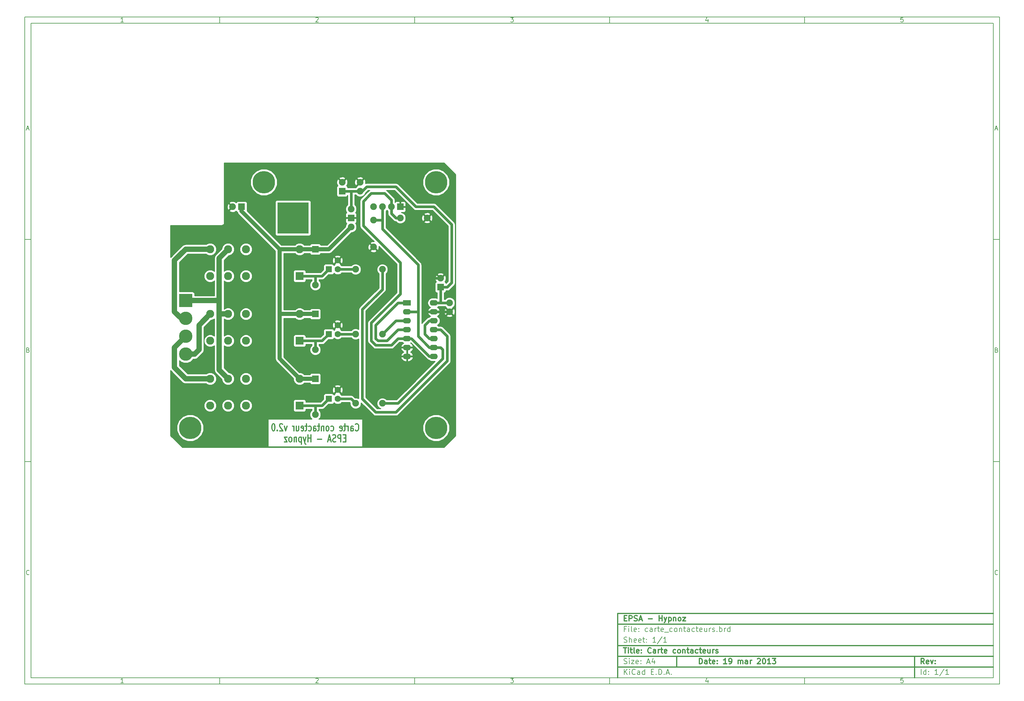
<source format=gbl>
G04 (created by PCBNEW-RS274X (2012-01-19 BZR 3256)-stable) date 19/03/2013 15:11:46*
G01*
G70*
G90*
%MOIN*%
G04 Gerber Fmt 3.4, Leading zero omitted, Abs format*
%FSLAX34Y34*%
G04 APERTURE LIST*
%ADD10C,0.006000*%
%ADD11C,0.012000*%
%ADD12R,0.070000X0.070000*%
%ADD13C,0.070000*%
%ADD14R,0.090000X0.090000*%
%ADD15C,0.090000*%
%ADD16C,0.075000*%
%ADD17R,0.350000X0.350000*%
%ADD18R,0.075000X0.075000*%
%ADD19R,0.090000X0.062000*%
%ADD20O,0.090000X0.062000*%
%ADD21C,0.150000*%
%ADD22R,0.150000X0.150000*%
%ADD23C,0.250000*%
%ADD24C,0.060000*%
%ADD25C,0.045000*%
%ADD26C,0.030000*%
%ADD27C,0.010000*%
G04 APERTURE END LIST*
G54D10*
X04000Y-04000D02*
X113000Y-04000D01*
X113000Y-78670D01*
X04000Y-78670D01*
X04000Y-04000D01*
X04700Y-04700D02*
X112300Y-04700D01*
X112300Y-77970D01*
X04700Y-77970D01*
X04700Y-04700D01*
X25800Y-04000D02*
X25800Y-04700D01*
X15043Y-04552D02*
X14757Y-04552D01*
X14900Y-04552D02*
X14900Y-04052D01*
X14852Y-04124D01*
X14805Y-04171D01*
X14757Y-04195D01*
X25800Y-78670D02*
X25800Y-77970D01*
X15043Y-78522D02*
X14757Y-78522D01*
X14900Y-78522D02*
X14900Y-78022D01*
X14852Y-78094D01*
X14805Y-78141D01*
X14757Y-78165D01*
X47600Y-04000D02*
X47600Y-04700D01*
X36557Y-04100D02*
X36581Y-04076D01*
X36629Y-04052D01*
X36748Y-04052D01*
X36795Y-04076D01*
X36819Y-04100D01*
X36843Y-04148D01*
X36843Y-04195D01*
X36819Y-04267D01*
X36533Y-04552D01*
X36843Y-04552D01*
X47600Y-78670D02*
X47600Y-77970D01*
X36557Y-78070D02*
X36581Y-78046D01*
X36629Y-78022D01*
X36748Y-78022D01*
X36795Y-78046D01*
X36819Y-78070D01*
X36843Y-78118D01*
X36843Y-78165D01*
X36819Y-78237D01*
X36533Y-78522D01*
X36843Y-78522D01*
X69400Y-04000D02*
X69400Y-04700D01*
X58333Y-04052D02*
X58643Y-04052D01*
X58476Y-04243D01*
X58548Y-04243D01*
X58595Y-04267D01*
X58619Y-04290D01*
X58643Y-04338D01*
X58643Y-04457D01*
X58619Y-04505D01*
X58595Y-04529D01*
X58548Y-04552D01*
X58405Y-04552D01*
X58357Y-04529D01*
X58333Y-04505D01*
X69400Y-78670D02*
X69400Y-77970D01*
X58333Y-78022D02*
X58643Y-78022D01*
X58476Y-78213D01*
X58548Y-78213D01*
X58595Y-78237D01*
X58619Y-78260D01*
X58643Y-78308D01*
X58643Y-78427D01*
X58619Y-78475D01*
X58595Y-78499D01*
X58548Y-78522D01*
X58405Y-78522D01*
X58357Y-78499D01*
X58333Y-78475D01*
X91200Y-04000D02*
X91200Y-04700D01*
X80395Y-04219D02*
X80395Y-04552D01*
X80276Y-04029D02*
X80157Y-04386D01*
X80467Y-04386D01*
X91200Y-78670D02*
X91200Y-77970D01*
X80395Y-78189D02*
X80395Y-78522D01*
X80276Y-77999D02*
X80157Y-78356D01*
X80467Y-78356D01*
X102219Y-04052D02*
X101981Y-04052D01*
X101957Y-04290D01*
X101981Y-04267D01*
X102029Y-04243D01*
X102148Y-04243D01*
X102195Y-04267D01*
X102219Y-04290D01*
X102243Y-04338D01*
X102243Y-04457D01*
X102219Y-04505D01*
X102195Y-04529D01*
X102148Y-04552D01*
X102029Y-04552D01*
X101981Y-04529D01*
X101957Y-04505D01*
X102219Y-78022D02*
X101981Y-78022D01*
X101957Y-78260D01*
X101981Y-78237D01*
X102029Y-78213D01*
X102148Y-78213D01*
X102195Y-78237D01*
X102219Y-78260D01*
X102243Y-78308D01*
X102243Y-78427D01*
X102219Y-78475D01*
X102195Y-78499D01*
X102148Y-78522D01*
X102029Y-78522D01*
X101981Y-78499D01*
X101957Y-78475D01*
X04000Y-28890D02*
X04700Y-28890D01*
X04231Y-16510D02*
X04469Y-16510D01*
X04184Y-16652D02*
X04350Y-16152D01*
X04517Y-16652D01*
X113000Y-28890D02*
X112300Y-28890D01*
X112531Y-16510D02*
X112769Y-16510D01*
X112484Y-16652D02*
X112650Y-16152D01*
X112817Y-16652D01*
X04000Y-53780D02*
X04700Y-53780D01*
X04386Y-41280D02*
X04457Y-41304D01*
X04481Y-41328D01*
X04505Y-41376D01*
X04505Y-41447D01*
X04481Y-41495D01*
X04457Y-41519D01*
X04410Y-41542D01*
X04219Y-41542D01*
X04219Y-41042D01*
X04386Y-41042D01*
X04433Y-41066D01*
X04457Y-41090D01*
X04481Y-41138D01*
X04481Y-41185D01*
X04457Y-41233D01*
X04433Y-41257D01*
X04386Y-41280D01*
X04219Y-41280D01*
X113000Y-53780D02*
X112300Y-53780D01*
X112686Y-41280D02*
X112757Y-41304D01*
X112781Y-41328D01*
X112805Y-41376D01*
X112805Y-41447D01*
X112781Y-41495D01*
X112757Y-41519D01*
X112710Y-41542D01*
X112519Y-41542D01*
X112519Y-41042D01*
X112686Y-41042D01*
X112733Y-41066D01*
X112757Y-41090D01*
X112781Y-41138D01*
X112781Y-41185D01*
X112757Y-41233D01*
X112733Y-41257D01*
X112686Y-41280D01*
X112519Y-41280D01*
X04505Y-66385D02*
X04481Y-66409D01*
X04410Y-66432D01*
X04362Y-66432D01*
X04290Y-66409D01*
X04243Y-66361D01*
X04219Y-66313D01*
X04195Y-66218D01*
X04195Y-66147D01*
X04219Y-66051D01*
X04243Y-66004D01*
X04290Y-65956D01*
X04362Y-65932D01*
X04410Y-65932D01*
X04481Y-65956D01*
X04505Y-65980D01*
X112805Y-66385D02*
X112781Y-66409D01*
X112710Y-66432D01*
X112662Y-66432D01*
X112590Y-66409D01*
X112543Y-66361D01*
X112519Y-66313D01*
X112495Y-66218D01*
X112495Y-66147D01*
X112519Y-66051D01*
X112543Y-66004D01*
X112590Y-65956D01*
X112662Y-65932D01*
X112710Y-65932D01*
X112781Y-65956D01*
X112805Y-65980D01*
G54D11*
X79443Y-76413D02*
X79443Y-75813D01*
X79586Y-75813D01*
X79671Y-75841D01*
X79729Y-75899D01*
X79757Y-75956D01*
X79786Y-76070D01*
X79786Y-76156D01*
X79757Y-76270D01*
X79729Y-76327D01*
X79671Y-76384D01*
X79586Y-76413D01*
X79443Y-76413D01*
X80300Y-76413D02*
X80300Y-76099D01*
X80271Y-76041D01*
X80214Y-76013D01*
X80100Y-76013D01*
X80043Y-76041D01*
X80300Y-76384D02*
X80243Y-76413D01*
X80100Y-76413D01*
X80043Y-76384D01*
X80014Y-76327D01*
X80014Y-76270D01*
X80043Y-76213D01*
X80100Y-76184D01*
X80243Y-76184D01*
X80300Y-76156D01*
X80500Y-76013D02*
X80729Y-76013D01*
X80586Y-75813D02*
X80586Y-76327D01*
X80614Y-76384D01*
X80672Y-76413D01*
X80729Y-76413D01*
X81157Y-76384D02*
X81100Y-76413D01*
X80986Y-76413D01*
X80929Y-76384D01*
X80900Y-76327D01*
X80900Y-76099D01*
X80929Y-76041D01*
X80986Y-76013D01*
X81100Y-76013D01*
X81157Y-76041D01*
X81186Y-76099D01*
X81186Y-76156D01*
X80900Y-76213D01*
X81443Y-76356D02*
X81471Y-76384D01*
X81443Y-76413D01*
X81414Y-76384D01*
X81443Y-76356D01*
X81443Y-76413D01*
X81443Y-76041D02*
X81471Y-76070D01*
X81443Y-76099D01*
X81414Y-76070D01*
X81443Y-76041D01*
X81443Y-76099D01*
X82500Y-76413D02*
X82157Y-76413D01*
X82329Y-76413D02*
X82329Y-75813D01*
X82272Y-75899D01*
X82214Y-75956D01*
X82157Y-75984D01*
X82785Y-76413D02*
X82900Y-76413D01*
X82957Y-76384D01*
X82985Y-76356D01*
X83043Y-76270D01*
X83071Y-76156D01*
X83071Y-75927D01*
X83043Y-75870D01*
X83014Y-75841D01*
X82957Y-75813D01*
X82843Y-75813D01*
X82785Y-75841D01*
X82757Y-75870D01*
X82728Y-75927D01*
X82728Y-76070D01*
X82757Y-76127D01*
X82785Y-76156D01*
X82843Y-76184D01*
X82957Y-76184D01*
X83014Y-76156D01*
X83043Y-76127D01*
X83071Y-76070D01*
X83785Y-76413D02*
X83785Y-76013D01*
X83785Y-76070D02*
X83813Y-76041D01*
X83871Y-76013D01*
X83956Y-76013D01*
X84013Y-76041D01*
X84042Y-76099D01*
X84042Y-76413D01*
X84042Y-76099D02*
X84071Y-76041D01*
X84128Y-76013D01*
X84213Y-76013D01*
X84271Y-76041D01*
X84299Y-76099D01*
X84299Y-76413D01*
X84842Y-76413D02*
X84842Y-76099D01*
X84813Y-76041D01*
X84756Y-76013D01*
X84642Y-76013D01*
X84585Y-76041D01*
X84842Y-76384D02*
X84785Y-76413D01*
X84642Y-76413D01*
X84585Y-76384D01*
X84556Y-76327D01*
X84556Y-76270D01*
X84585Y-76213D01*
X84642Y-76184D01*
X84785Y-76184D01*
X84842Y-76156D01*
X85128Y-76413D02*
X85128Y-76013D01*
X85128Y-76127D02*
X85156Y-76070D01*
X85185Y-76041D01*
X85242Y-76013D01*
X85299Y-76013D01*
X85927Y-75870D02*
X85956Y-75841D01*
X86013Y-75813D01*
X86156Y-75813D01*
X86213Y-75841D01*
X86242Y-75870D01*
X86270Y-75927D01*
X86270Y-75984D01*
X86242Y-76070D01*
X85899Y-76413D01*
X86270Y-76413D01*
X86641Y-75813D02*
X86698Y-75813D01*
X86755Y-75841D01*
X86784Y-75870D01*
X86813Y-75927D01*
X86841Y-76041D01*
X86841Y-76184D01*
X86813Y-76299D01*
X86784Y-76356D01*
X86755Y-76384D01*
X86698Y-76413D01*
X86641Y-76413D01*
X86584Y-76384D01*
X86555Y-76356D01*
X86527Y-76299D01*
X86498Y-76184D01*
X86498Y-76041D01*
X86527Y-75927D01*
X86555Y-75870D01*
X86584Y-75841D01*
X86641Y-75813D01*
X87412Y-76413D02*
X87069Y-76413D01*
X87241Y-76413D02*
X87241Y-75813D01*
X87184Y-75899D01*
X87126Y-75956D01*
X87069Y-75984D01*
X87612Y-75813D02*
X87983Y-75813D01*
X87783Y-76041D01*
X87869Y-76041D01*
X87926Y-76070D01*
X87955Y-76099D01*
X87983Y-76156D01*
X87983Y-76299D01*
X87955Y-76356D01*
X87926Y-76384D01*
X87869Y-76413D01*
X87697Y-76413D01*
X87640Y-76384D01*
X87612Y-76356D01*
G54D10*
X71043Y-77613D02*
X71043Y-77013D01*
X71386Y-77613D02*
X71129Y-77270D01*
X71386Y-77013D02*
X71043Y-77356D01*
X71643Y-77613D02*
X71643Y-77213D01*
X71643Y-77013D02*
X71614Y-77041D01*
X71643Y-77070D01*
X71671Y-77041D01*
X71643Y-77013D01*
X71643Y-77070D01*
X72272Y-77556D02*
X72243Y-77584D01*
X72157Y-77613D01*
X72100Y-77613D01*
X72015Y-77584D01*
X71957Y-77527D01*
X71929Y-77470D01*
X71900Y-77356D01*
X71900Y-77270D01*
X71929Y-77156D01*
X71957Y-77099D01*
X72015Y-77041D01*
X72100Y-77013D01*
X72157Y-77013D01*
X72243Y-77041D01*
X72272Y-77070D01*
X72786Y-77613D02*
X72786Y-77299D01*
X72757Y-77241D01*
X72700Y-77213D01*
X72586Y-77213D01*
X72529Y-77241D01*
X72786Y-77584D02*
X72729Y-77613D01*
X72586Y-77613D01*
X72529Y-77584D01*
X72500Y-77527D01*
X72500Y-77470D01*
X72529Y-77413D01*
X72586Y-77384D01*
X72729Y-77384D01*
X72786Y-77356D01*
X73329Y-77613D02*
X73329Y-77013D01*
X73329Y-77584D02*
X73272Y-77613D01*
X73158Y-77613D01*
X73100Y-77584D01*
X73072Y-77556D01*
X73043Y-77499D01*
X73043Y-77327D01*
X73072Y-77270D01*
X73100Y-77241D01*
X73158Y-77213D01*
X73272Y-77213D01*
X73329Y-77241D01*
X74072Y-77299D02*
X74272Y-77299D01*
X74358Y-77613D02*
X74072Y-77613D01*
X74072Y-77013D01*
X74358Y-77013D01*
X74615Y-77556D02*
X74643Y-77584D01*
X74615Y-77613D01*
X74586Y-77584D01*
X74615Y-77556D01*
X74615Y-77613D01*
X74901Y-77613D02*
X74901Y-77013D01*
X75044Y-77013D01*
X75129Y-77041D01*
X75187Y-77099D01*
X75215Y-77156D01*
X75244Y-77270D01*
X75244Y-77356D01*
X75215Y-77470D01*
X75187Y-77527D01*
X75129Y-77584D01*
X75044Y-77613D01*
X74901Y-77613D01*
X75501Y-77556D02*
X75529Y-77584D01*
X75501Y-77613D01*
X75472Y-77584D01*
X75501Y-77556D01*
X75501Y-77613D01*
X75758Y-77441D02*
X76044Y-77441D01*
X75701Y-77613D02*
X75901Y-77013D01*
X76101Y-77613D01*
X76301Y-77556D02*
X76329Y-77584D01*
X76301Y-77613D01*
X76272Y-77584D01*
X76301Y-77556D01*
X76301Y-77613D01*
G54D11*
X104586Y-76413D02*
X104386Y-76127D01*
X104243Y-76413D02*
X104243Y-75813D01*
X104471Y-75813D01*
X104529Y-75841D01*
X104557Y-75870D01*
X104586Y-75927D01*
X104586Y-76013D01*
X104557Y-76070D01*
X104529Y-76099D01*
X104471Y-76127D01*
X104243Y-76127D01*
X105071Y-76384D02*
X105014Y-76413D01*
X104900Y-76413D01*
X104843Y-76384D01*
X104814Y-76327D01*
X104814Y-76099D01*
X104843Y-76041D01*
X104900Y-76013D01*
X105014Y-76013D01*
X105071Y-76041D01*
X105100Y-76099D01*
X105100Y-76156D01*
X104814Y-76213D01*
X105300Y-76013D02*
X105443Y-76413D01*
X105585Y-76013D01*
X105814Y-76356D02*
X105842Y-76384D01*
X105814Y-76413D01*
X105785Y-76384D01*
X105814Y-76356D01*
X105814Y-76413D01*
X105814Y-76041D02*
X105842Y-76070D01*
X105814Y-76099D01*
X105785Y-76070D01*
X105814Y-76041D01*
X105814Y-76099D01*
G54D10*
X71014Y-76384D02*
X71100Y-76413D01*
X71243Y-76413D01*
X71300Y-76384D01*
X71329Y-76356D01*
X71357Y-76299D01*
X71357Y-76241D01*
X71329Y-76184D01*
X71300Y-76156D01*
X71243Y-76127D01*
X71129Y-76099D01*
X71071Y-76070D01*
X71043Y-76041D01*
X71014Y-75984D01*
X71014Y-75927D01*
X71043Y-75870D01*
X71071Y-75841D01*
X71129Y-75813D01*
X71271Y-75813D01*
X71357Y-75841D01*
X71614Y-76413D02*
X71614Y-76013D01*
X71614Y-75813D02*
X71585Y-75841D01*
X71614Y-75870D01*
X71642Y-75841D01*
X71614Y-75813D01*
X71614Y-75870D01*
X71843Y-76013D02*
X72157Y-76013D01*
X71843Y-76413D01*
X72157Y-76413D01*
X72614Y-76384D02*
X72557Y-76413D01*
X72443Y-76413D01*
X72386Y-76384D01*
X72357Y-76327D01*
X72357Y-76099D01*
X72386Y-76041D01*
X72443Y-76013D01*
X72557Y-76013D01*
X72614Y-76041D01*
X72643Y-76099D01*
X72643Y-76156D01*
X72357Y-76213D01*
X72900Y-76356D02*
X72928Y-76384D01*
X72900Y-76413D01*
X72871Y-76384D01*
X72900Y-76356D01*
X72900Y-76413D01*
X72900Y-76041D02*
X72928Y-76070D01*
X72900Y-76099D01*
X72871Y-76070D01*
X72900Y-76041D01*
X72900Y-76099D01*
X73614Y-76241D02*
X73900Y-76241D01*
X73557Y-76413D02*
X73757Y-75813D01*
X73957Y-76413D01*
X74414Y-76013D02*
X74414Y-76413D01*
X74271Y-75784D02*
X74128Y-76213D01*
X74500Y-76213D01*
X104243Y-77613D02*
X104243Y-77013D01*
X104786Y-77613D02*
X104786Y-77013D01*
X104786Y-77584D02*
X104729Y-77613D01*
X104615Y-77613D01*
X104557Y-77584D01*
X104529Y-77556D01*
X104500Y-77499D01*
X104500Y-77327D01*
X104529Y-77270D01*
X104557Y-77241D01*
X104615Y-77213D01*
X104729Y-77213D01*
X104786Y-77241D01*
X105072Y-77556D02*
X105100Y-77584D01*
X105072Y-77613D01*
X105043Y-77584D01*
X105072Y-77556D01*
X105072Y-77613D01*
X105072Y-77241D02*
X105100Y-77270D01*
X105072Y-77299D01*
X105043Y-77270D01*
X105072Y-77241D01*
X105072Y-77299D01*
X106129Y-77613D02*
X105786Y-77613D01*
X105958Y-77613D02*
X105958Y-77013D01*
X105901Y-77099D01*
X105843Y-77156D01*
X105786Y-77184D01*
X106814Y-76984D02*
X106300Y-77756D01*
X107329Y-77613D02*
X106986Y-77613D01*
X107158Y-77613D02*
X107158Y-77013D01*
X107101Y-77099D01*
X107043Y-77156D01*
X106986Y-77184D01*
G54D11*
X70957Y-74613D02*
X71300Y-74613D01*
X71129Y-75213D02*
X71129Y-74613D01*
X71500Y-75213D02*
X71500Y-74813D01*
X71500Y-74613D02*
X71471Y-74641D01*
X71500Y-74670D01*
X71528Y-74641D01*
X71500Y-74613D01*
X71500Y-74670D01*
X71700Y-74813D02*
X71929Y-74813D01*
X71786Y-74613D02*
X71786Y-75127D01*
X71814Y-75184D01*
X71872Y-75213D01*
X71929Y-75213D01*
X72215Y-75213D02*
X72157Y-75184D01*
X72129Y-75127D01*
X72129Y-74613D01*
X72671Y-75184D02*
X72614Y-75213D01*
X72500Y-75213D01*
X72443Y-75184D01*
X72414Y-75127D01*
X72414Y-74899D01*
X72443Y-74841D01*
X72500Y-74813D01*
X72614Y-74813D01*
X72671Y-74841D01*
X72700Y-74899D01*
X72700Y-74956D01*
X72414Y-75013D01*
X72957Y-75156D02*
X72985Y-75184D01*
X72957Y-75213D01*
X72928Y-75184D01*
X72957Y-75156D01*
X72957Y-75213D01*
X72957Y-74841D02*
X72985Y-74870D01*
X72957Y-74899D01*
X72928Y-74870D01*
X72957Y-74841D01*
X72957Y-74899D01*
X74043Y-75156D02*
X74014Y-75184D01*
X73928Y-75213D01*
X73871Y-75213D01*
X73786Y-75184D01*
X73728Y-75127D01*
X73700Y-75070D01*
X73671Y-74956D01*
X73671Y-74870D01*
X73700Y-74756D01*
X73728Y-74699D01*
X73786Y-74641D01*
X73871Y-74613D01*
X73928Y-74613D01*
X74014Y-74641D01*
X74043Y-74670D01*
X74557Y-75213D02*
X74557Y-74899D01*
X74528Y-74841D01*
X74471Y-74813D01*
X74357Y-74813D01*
X74300Y-74841D01*
X74557Y-75184D02*
X74500Y-75213D01*
X74357Y-75213D01*
X74300Y-75184D01*
X74271Y-75127D01*
X74271Y-75070D01*
X74300Y-75013D01*
X74357Y-74984D01*
X74500Y-74984D01*
X74557Y-74956D01*
X74843Y-75213D02*
X74843Y-74813D01*
X74843Y-74927D02*
X74871Y-74870D01*
X74900Y-74841D01*
X74957Y-74813D01*
X75014Y-74813D01*
X75128Y-74813D02*
X75357Y-74813D01*
X75214Y-74613D02*
X75214Y-75127D01*
X75242Y-75184D01*
X75300Y-75213D01*
X75357Y-75213D01*
X75785Y-75184D02*
X75728Y-75213D01*
X75614Y-75213D01*
X75557Y-75184D01*
X75528Y-75127D01*
X75528Y-74899D01*
X75557Y-74841D01*
X75614Y-74813D01*
X75728Y-74813D01*
X75785Y-74841D01*
X75814Y-74899D01*
X75814Y-74956D01*
X75528Y-75013D01*
X76785Y-75184D02*
X76728Y-75213D01*
X76614Y-75213D01*
X76556Y-75184D01*
X76528Y-75156D01*
X76499Y-75099D01*
X76499Y-74927D01*
X76528Y-74870D01*
X76556Y-74841D01*
X76614Y-74813D01*
X76728Y-74813D01*
X76785Y-74841D01*
X77128Y-75213D02*
X77070Y-75184D01*
X77042Y-75156D01*
X77013Y-75099D01*
X77013Y-74927D01*
X77042Y-74870D01*
X77070Y-74841D01*
X77128Y-74813D01*
X77213Y-74813D01*
X77270Y-74841D01*
X77299Y-74870D01*
X77328Y-74927D01*
X77328Y-75099D01*
X77299Y-75156D01*
X77270Y-75184D01*
X77213Y-75213D01*
X77128Y-75213D01*
X77585Y-74813D02*
X77585Y-75213D01*
X77585Y-74870D02*
X77613Y-74841D01*
X77671Y-74813D01*
X77756Y-74813D01*
X77813Y-74841D01*
X77842Y-74899D01*
X77842Y-75213D01*
X78042Y-74813D02*
X78271Y-74813D01*
X78128Y-74613D02*
X78128Y-75127D01*
X78156Y-75184D01*
X78214Y-75213D01*
X78271Y-75213D01*
X78728Y-75213D02*
X78728Y-74899D01*
X78699Y-74841D01*
X78642Y-74813D01*
X78528Y-74813D01*
X78471Y-74841D01*
X78728Y-75184D02*
X78671Y-75213D01*
X78528Y-75213D01*
X78471Y-75184D01*
X78442Y-75127D01*
X78442Y-75070D01*
X78471Y-75013D01*
X78528Y-74984D01*
X78671Y-74984D01*
X78728Y-74956D01*
X79271Y-75184D02*
X79214Y-75213D01*
X79100Y-75213D01*
X79042Y-75184D01*
X79014Y-75156D01*
X78985Y-75099D01*
X78985Y-74927D01*
X79014Y-74870D01*
X79042Y-74841D01*
X79100Y-74813D01*
X79214Y-74813D01*
X79271Y-74841D01*
X79442Y-74813D02*
X79671Y-74813D01*
X79528Y-74613D02*
X79528Y-75127D01*
X79556Y-75184D01*
X79614Y-75213D01*
X79671Y-75213D01*
X80099Y-75184D02*
X80042Y-75213D01*
X79928Y-75213D01*
X79871Y-75184D01*
X79842Y-75127D01*
X79842Y-74899D01*
X79871Y-74841D01*
X79928Y-74813D01*
X80042Y-74813D01*
X80099Y-74841D01*
X80128Y-74899D01*
X80128Y-74956D01*
X79842Y-75013D01*
X80642Y-74813D02*
X80642Y-75213D01*
X80385Y-74813D02*
X80385Y-75127D01*
X80413Y-75184D01*
X80471Y-75213D01*
X80556Y-75213D01*
X80613Y-75184D01*
X80642Y-75156D01*
X80928Y-75213D02*
X80928Y-74813D01*
X80928Y-74927D02*
X80956Y-74870D01*
X80985Y-74841D01*
X81042Y-74813D01*
X81099Y-74813D01*
X81270Y-75184D02*
X81327Y-75213D01*
X81442Y-75213D01*
X81499Y-75184D01*
X81527Y-75127D01*
X81527Y-75099D01*
X81499Y-75041D01*
X81442Y-75013D01*
X81356Y-75013D01*
X81299Y-74984D01*
X81270Y-74927D01*
X81270Y-74899D01*
X81299Y-74841D01*
X81356Y-74813D01*
X81442Y-74813D01*
X81499Y-74841D01*
G54D10*
X71243Y-72499D02*
X71043Y-72499D01*
X71043Y-72813D02*
X71043Y-72213D01*
X71329Y-72213D01*
X71557Y-72813D02*
X71557Y-72413D01*
X71557Y-72213D02*
X71528Y-72241D01*
X71557Y-72270D01*
X71585Y-72241D01*
X71557Y-72213D01*
X71557Y-72270D01*
X71929Y-72813D02*
X71871Y-72784D01*
X71843Y-72727D01*
X71843Y-72213D01*
X72385Y-72784D02*
X72328Y-72813D01*
X72214Y-72813D01*
X72157Y-72784D01*
X72128Y-72727D01*
X72128Y-72499D01*
X72157Y-72441D01*
X72214Y-72413D01*
X72328Y-72413D01*
X72385Y-72441D01*
X72414Y-72499D01*
X72414Y-72556D01*
X72128Y-72613D01*
X72671Y-72756D02*
X72699Y-72784D01*
X72671Y-72813D01*
X72642Y-72784D01*
X72671Y-72756D01*
X72671Y-72813D01*
X72671Y-72441D02*
X72699Y-72470D01*
X72671Y-72499D01*
X72642Y-72470D01*
X72671Y-72441D01*
X72671Y-72499D01*
X73671Y-72784D02*
X73614Y-72813D01*
X73500Y-72813D01*
X73442Y-72784D01*
X73414Y-72756D01*
X73385Y-72699D01*
X73385Y-72527D01*
X73414Y-72470D01*
X73442Y-72441D01*
X73500Y-72413D01*
X73614Y-72413D01*
X73671Y-72441D01*
X74185Y-72813D02*
X74185Y-72499D01*
X74156Y-72441D01*
X74099Y-72413D01*
X73985Y-72413D01*
X73928Y-72441D01*
X74185Y-72784D02*
X74128Y-72813D01*
X73985Y-72813D01*
X73928Y-72784D01*
X73899Y-72727D01*
X73899Y-72670D01*
X73928Y-72613D01*
X73985Y-72584D01*
X74128Y-72584D01*
X74185Y-72556D01*
X74471Y-72813D02*
X74471Y-72413D01*
X74471Y-72527D02*
X74499Y-72470D01*
X74528Y-72441D01*
X74585Y-72413D01*
X74642Y-72413D01*
X74756Y-72413D02*
X74985Y-72413D01*
X74842Y-72213D02*
X74842Y-72727D01*
X74870Y-72784D01*
X74928Y-72813D01*
X74985Y-72813D01*
X75413Y-72784D02*
X75356Y-72813D01*
X75242Y-72813D01*
X75185Y-72784D01*
X75156Y-72727D01*
X75156Y-72499D01*
X75185Y-72441D01*
X75242Y-72413D01*
X75356Y-72413D01*
X75413Y-72441D01*
X75442Y-72499D01*
X75442Y-72556D01*
X75156Y-72613D01*
X75556Y-72870D02*
X76013Y-72870D01*
X76413Y-72784D02*
X76356Y-72813D01*
X76242Y-72813D01*
X76184Y-72784D01*
X76156Y-72756D01*
X76127Y-72699D01*
X76127Y-72527D01*
X76156Y-72470D01*
X76184Y-72441D01*
X76242Y-72413D01*
X76356Y-72413D01*
X76413Y-72441D01*
X76756Y-72813D02*
X76698Y-72784D01*
X76670Y-72756D01*
X76641Y-72699D01*
X76641Y-72527D01*
X76670Y-72470D01*
X76698Y-72441D01*
X76756Y-72413D01*
X76841Y-72413D01*
X76898Y-72441D01*
X76927Y-72470D01*
X76956Y-72527D01*
X76956Y-72699D01*
X76927Y-72756D01*
X76898Y-72784D01*
X76841Y-72813D01*
X76756Y-72813D01*
X77213Y-72413D02*
X77213Y-72813D01*
X77213Y-72470D02*
X77241Y-72441D01*
X77299Y-72413D01*
X77384Y-72413D01*
X77441Y-72441D01*
X77470Y-72499D01*
X77470Y-72813D01*
X77670Y-72413D02*
X77899Y-72413D01*
X77756Y-72213D02*
X77756Y-72727D01*
X77784Y-72784D01*
X77842Y-72813D01*
X77899Y-72813D01*
X78356Y-72813D02*
X78356Y-72499D01*
X78327Y-72441D01*
X78270Y-72413D01*
X78156Y-72413D01*
X78099Y-72441D01*
X78356Y-72784D02*
X78299Y-72813D01*
X78156Y-72813D01*
X78099Y-72784D01*
X78070Y-72727D01*
X78070Y-72670D01*
X78099Y-72613D01*
X78156Y-72584D01*
X78299Y-72584D01*
X78356Y-72556D01*
X78899Y-72784D02*
X78842Y-72813D01*
X78728Y-72813D01*
X78670Y-72784D01*
X78642Y-72756D01*
X78613Y-72699D01*
X78613Y-72527D01*
X78642Y-72470D01*
X78670Y-72441D01*
X78728Y-72413D01*
X78842Y-72413D01*
X78899Y-72441D01*
X79070Y-72413D02*
X79299Y-72413D01*
X79156Y-72213D02*
X79156Y-72727D01*
X79184Y-72784D01*
X79242Y-72813D01*
X79299Y-72813D01*
X79727Y-72784D02*
X79670Y-72813D01*
X79556Y-72813D01*
X79499Y-72784D01*
X79470Y-72727D01*
X79470Y-72499D01*
X79499Y-72441D01*
X79556Y-72413D01*
X79670Y-72413D01*
X79727Y-72441D01*
X79756Y-72499D01*
X79756Y-72556D01*
X79470Y-72613D01*
X80270Y-72413D02*
X80270Y-72813D01*
X80013Y-72413D02*
X80013Y-72727D01*
X80041Y-72784D01*
X80099Y-72813D01*
X80184Y-72813D01*
X80241Y-72784D01*
X80270Y-72756D01*
X80556Y-72813D02*
X80556Y-72413D01*
X80556Y-72527D02*
X80584Y-72470D01*
X80613Y-72441D01*
X80670Y-72413D01*
X80727Y-72413D01*
X80898Y-72784D02*
X80955Y-72813D01*
X81070Y-72813D01*
X81127Y-72784D01*
X81155Y-72727D01*
X81155Y-72699D01*
X81127Y-72641D01*
X81070Y-72613D01*
X80984Y-72613D01*
X80927Y-72584D01*
X80898Y-72527D01*
X80898Y-72499D01*
X80927Y-72441D01*
X80984Y-72413D01*
X81070Y-72413D01*
X81127Y-72441D01*
X81413Y-72756D02*
X81441Y-72784D01*
X81413Y-72813D01*
X81384Y-72784D01*
X81413Y-72756D01*
X81413Y-72813D01*
X81699Y-72813D02*
X81699Y-72213D01*
X81699Y-72441D02*
X81756Y-72413D01*
X81870Y-72413D01*
X81927Y-72441D01*
X81956Y-72470D01*
X81985Y-72527D01*
X81985Y-72699D01*
X81956Y-72756D01*
X81927Y-72784D01*
X81870Y-72813D01*
X81756Y-72813D01*
X81699Y-72784D01*
X82242Y-72813D02*
X82242Y-72413D01*
X82242Y-72527D02*
X82270Y-72470D01*
X82299Y-72441D01*
X82356Y-72413D01*
X82413Y-72413D01*
X82870Y-72813D02*
X82870Y-72213D01*
X82870Y-72784D02*
X82813Y-72813D01*
X82699Y-72813D01*
X82641Y-72784D01*
X82613Y-72756D01*
X82584Y-72699D01*
X82584Y-72527D01*
X82613Y-72470D01*
X82641Y-72441D01*
X82699Y-72413D01*
X82813Y-72413D01*
X82870Y-72441D01*
X71014Y-73984D02*
X71100Y-74013D01*
X71243Y-74013D01*
X71300Y-73984D01*
X71329Y-73956D01*
X71357Y-73899D01*
X71357Y-73841D01*
X71329Y-73784D01*
X71300Y-73756D01*
X71243Y-73727D01*
X71129Y-73699D01*
X71071Y-73670D01*
X71043Y-73641D01*
X71014Y-73584D01*
X71014Y-73527D01*
X71043Y-73470D01*
X71071Y-73441D01*
X71129Y-73413D01*
X71271Y-73413D01*
X71357Y-73441D01*
X71614Y-74013D02*
X71614Y-73413D01*
X71871Y-74013D02*
X71871Y-73699D01*
X71842Y-73641D01*
X71785Y-73613D01*
X71700Y-73613D01*
X71642Y-73641D01*
X71614Y-73670D01*
X72385Y-73984D02*
X72328Y-74013D01*
X72214Y-74013D01*
X72157Y-73984D01*
X72128Y-73927D01*
X72128Y-73699D01*
X72157Y-73641D01*
X72214Y-73613D01*
X72328Y-73613D01*
X72385Y-73641D01*
X72414Y-73699D01*
X72414Y-73756D01*
X72128Y-73813D01*
X72899Y-73984D02*
X72842Y-74013D01*
X72728Y-74013D01*
X72671Y-73984D01*
X72642Y-73927D01*
X72642Y-73699D01*
X72671Y-73641D01*
X72728Y-73613D01*
X72842Y-73613D01*
X72899Y-73641D01*
X72928Y-73699D01*
X72928Y-73756D01*
X72642Y-73813D01*
X73099Y-73613D02*
X73328Y-73613D01*
X73185Y-73413D02*
X73185Y-73927D01*
X73213Y-73984D01*
X73271Y-74013D01*
X73328Y-74013D01*
X73528Y-73956D02*
X73556Y-73984D01*
X73528Y-74013D01*
X73499Y-73984D01*
X73528Y-73956D01*
X73528Y-74013D01*
X73528Y-73641D02*
X73556Y-73670D01*
X73528Y-73699D01*
X73499Y-73670D01*
X73528Y-73641D01*
X73528Y-73699D01*
X74585Y-74013D02*
X74242Y-74013D01*
X74414Y-74013D02*
X74414Y-73413D01*
X74357Y-73499D01*
X74299Y-73556D01*
X74242Y-73584D01*
X75270Y-73384D02*
X74756Y-74156D01*
X75785Y-74013D02*
X75442Y-74013D01*
X75614Y-74013D02*
X75614Y-73413D01*
X75557Y-73499D01*
X75499Y-73556D01*
X75442Y-73584D01*
G54D11*
X71043Y-71299D02*
X71243Y-71299D01*
X71329Y-71613D02*
X71043Y-71613D01*
X71043Y-71013D01*
X71329Y-71013D01*
X71586Y-71613D02*
X71586Y-71013D01*
X71814Y-71013D01*
X71872Y-71041D01*
X71900Y-71070D01*
X71929Y-71127D01*
X71929Y-71213D01*
X71900Y-71270D01*
X71872Y-71299D01*
X71814Y-71327D01*
X71586Y-71327D01*
X72157Y-71584D02*
X72243Y-71613D01*
X72386Y-71613D01*
X72443Y-71584D01*
X72472Y-71556D01*
X72500Y-71499D01*
X72500Y-71441D01*
X72472Y-71384D01*
X72443Y-71356D01*
X72386Y-71327D01*
X72272Y-71299D01*
X72214Y-71270D01*
X72186Y-71241D01*
X72157Y-71184D01*
X72157Y-71127D01*
X72186Y-71070D01*
X72214Y-71041D01*
X72272Y-71013D01*
X72414Y-71013D01*
X72500Y-71041D01*
X72728Y-71441D02*
X73014Y-71441D01*
X72671Y-71613D02*
X72871Y-71013D01*
X73071Y-71613D01*
X73728Y-71384D02*
X74185Y-71384D01*
X74928Y-71613D02*
X74928Y-71013D01*
X74928Y-71299D02*
X75271Y-71299D01*
X75271Y-71613D02*
X75271Y-71013D01*
X75500Y-71213D02*
X75643Y-71613D01*
X75785Y-71213D02*
X75643Y-71613D01*
X75585Y-71756D01*
X75557Y-71784D01*
X75500Y-71813D01*
X76014Y-71213D02*
X76014Y-71813D01*
X76014Y-71241D02*
X76071Y-71213D01*
X76185Y-71213D01*
X76242Y-71241D01*
X76271Y-71270D01*
X76300Y-71327D01*
X76300Y-71499D01*
X76271Y-71556D01*
X76242Y-71584D01*
X76185Y-71613D01*
X76071Y-71613D01*
X76014Y-71584D01*
X76557Y-71213D02*
X76557Y-71613D01*
X76557Y-71270D02*
X76585Y-71241D01*
X76643Y-71213D01*
X76728Y-71213D01*
X76785Y-71241D01*
X76814Y-71299D01*
X76814Y-71613D01*
X77186Y-71613D02*
X77128Y-71584D01*
X77100Y-71556D01*
X77071Y-71499D01*
X77071Y-71327D01*
X77100Y-71270D01*
X77128Y-71241D01*
X77186Y-71213D01*
X77271Y-71213D01*
X77328Y-71241D01*
X77357Y-71270D01*
X77386Y-71327D01*
X77386Y-71499D01*
X77357Y-71556D01*
X77328Y-71584D01*
X77271Y-71613D01*
X77186Y-71613D01*
X77586Y-71213D02*
X77900Y-71213D01*
X77586Y-71613D01*
X77900Y-71613D01*
X70300Y-70770D02*
X70300Y-77970D01*
X70300Y-71970D02*
X112300Y-71970D01*
X70300Y-70770D02*
X112300Y-70770D01*
X70300Y-74370D02*
X112300Y-74370D01*
X103500Y-75570D02*
X103500Y-77970D01*
X70300Y-76770D02*
X112300Y-76770D01*
X70300Y-75570D02*
X112300Y-75570D01*
X76900Y-75570D02*
X76900Y-76770D01*
X40984Y-50248D02*
X41013Y-50286D01*
X41099Y-50324D01*
X41156Y-50324D01*
X41241Y-50286D01*
X41299Y-50210D01*
X41327Y-50133D01*
X41356Y-49981D01*
X41356Y-49867D01*
X41327Y-49714D01*
X41299Y-49638D01*
X41241Y-49562D01*
X41156Y-49524D01*
X41099Y-49524D01*
X41013Y-49562D01*
X40984Y-49600D01*
X40470Y-50324D02*
X40470Y-49905D01*
X40499Y-49829D01*
X40556Y-49790D01*
X40670Y-49790D01*
X40727Y-49829D01*
X40470Y-50286D02*
X40527Y-50324D01*
X40670Y-50324D01*
X40727Y-50286D01*
X40756Y-50210D01*
X40756Y-50133D01*
X40727Y-50057D01*
X40670Y-50019D01*
X40527Y-50019D01*
X40470Y-49981D01*
X40184Y-50324D02*
X40184Y-49790D01*
X40184Y-49943D02*
X40156Y-49867D01*
X40127Y-49829D01*
X40070Y-49790D01*
X40013Y-49790D01*
X39899Y-49790D02*
X39670Y-49790D01*
X39813Y-49524D02*
X39813Y-50210D01*
X39785Y-50286D01*
X39727Y-50324D01*
X39670Y-50324D01*
X39242Y-50286D02*
X39299Y-50324D01*
X39413Y-50324D01*
X39470Y-50286D01*
X39499Y-50210D01*
X39499Y-49905D01*
X39470Y-49829D01*
X39413Y-49790D01*
X39299Y-49790D01*
X39242Y-49829D01*
X39213Y-49905D01*
X39213Y-49981D01*
X39499Y-50057D01*
X38242Y-50286D02*
X38299Y-50324D01*
X38413Y-50324D01*
X38471Y-50286D01*
X38499Y-50248D01*
X38528Y-50171D01*
X38528Y-49943D01*
X38499Y-49867D01*
X38471Y-49829D01*
X38413Y-49790D01*
X38299Y-49790D01*
X38242Y-49829D01*
X37899Y-50324D02*
X37957Y-50286D01*
X37985Y-50248D01*
X38014Y-50171D01*
X38014Y-49943D01*
X37985Y-49867D01*
X37957Y-49829D01*
X37899Y-49790D01*
X37814Y-49790D01*
X37757Y-49829D01*
X37728Y-49867D01*
X37699Y-49943D01*
X37699Y-50171D01*
X37728Y-50248D01*
X37757Y-50286D01*
X37814Y-50324D01*
X37899Y-50324D01*
X37442Y-49790D02*
X37442Y-50324D01*
X37442Y-49867D02*
X37414Y-49829D01*
X37356Y-49790D01*
X37271Y-49790D01*
X37214Y-49829D01*
X37185Y-49905D01*
X37185Y-50324D01*
X36985Y-49790D02*
X36756Y-49790D01*
X36899Y-49524D02*
X36899Y-50210D01*
X36871Y-50286D01*
X36813Y-50324D01*
X36756Y-50324D01*
X36299Y-50324D02*
X36299Y-49905D01*
X36328Y-49829D01*
X36385Y-49790D01*
X36499Y-49790D01*
X36556Y-49829D01*
X36299Y-50286D02*
X36356Y-50324D01*
X36499Y-50324D01*
X36556Y-50286D01*
X36585Y-50210D01*
X36585Y-50133D01*
X36556Y-50057D01*
X36499Y-50019D01*
X36356Y-50019D01*
X36299Y-49981D01*
X35756Y-50286D02*
X35813Y-50324D01*
X35927Y-50324D01*
X35985Y-50286D01*
X36013Y-50248D01*
X36042Y-50171D01*
X36042Y-49943D01*
X36013Y-49867D01*
X35985Y-49829D01*
X35927Y-49790D01*
X35813Y-49790D01*
X35756Y-49829D01*
X35585Y-49790D02*
X35356Y-49790D01*
X35499Y-49524D02*
X35499Y-50210D01*
X35471Y-50286D01*
X35413Y-50324D01*
X35356Y-50324D01*
X34928Y-50286D02*
X34985Y-50324D01*
X35099Y-50324D01*
X35156Y-50286D01*
X35185Y-50210D01*
X35185Y-49905D01*
X35156Y-49829D01*
X35099Y-49790D01*
X34985Y-49790D01*
X34928Y-49829D01*
X34899Y-49905D01*
X34899Y-49981D01*
X35185Y-50057D01*
X34385Y-49790D02*
X34385Y-50324D01*
X34642Y-49790D02*
X34642Y-50210D01*
X34614Y-50286D01*
X34556Y-50324D01*
X34471Y-50324D01*
X34414Y-50286D01*
X34385Y-50248D01*
X34099Y-50324D02*
X34099Y-49790D01*
X34099Y-49943D02*
X34071Y-49867D01*
X34042Y-49829D01*
X33985Y-49790D01*
X33928Y-49790D01*
X33328Y-49790D02*
X33185Y-50324D01*
X33043Y-49790D01*
X32843Y-49600D02*
X32814Y-49562D01*
X32757Y-49524D01*
X32614Y-49524D01*
X32557Y-49562D01*
X32528Y-49600D01*
X32500Y-49676D01*
X32500Y-49752D01*
X32528Y-49867D01*
X32871Y-50324D01*
X32500Y-50324D01*
X32243Y-50248D02*
X32215Y-50286D01*
X32243Y-50324D01*
X32272Y-50286D01*
X32243Y-50248D01*
X32243Y-50324D01*
X31843Y-49524D02*
X31786Y-49524D01*
X31729Y-49562D01*
X31700Y-49600D01*
X31671Y-49676D01*
X31643Y-49829D01*
X31643Y-50019D01*
X31671Y-50171D01*
X31700Y-50248D01*
X31729Y-50286D01*
X31786Y-50324D01*
X31843Y-50324D01*
X31900Y-50286D01*
X31929Y-50248D01*
X31957Y-50171D01*
X31986Y-50019D01*
X31986Y-49829D01*
X31957Y-49676D01*
X31929Y-49600D01*
X31900Y-49562D01*
X31843Y-49524D01*
X39900Y-51145D02*
X39700Y-51145D01*
X39614Y-51564D02*
X39900Y-51564D01*
X39900Y-50764D01*
X39614Y-50764D01*
X39357Y-51564D02*
X39357Y-50764D01*
X39129Y-50764D01*
X39071Y-50802D01*
X39043Y-50840D01*
X39014Y-50916D01*
X39014Y-51030D01*
X39043Y-51107D01*
X39071Y-51145D01*
X39129Y-51183D01*
X39357Y-51183D01*
X38786Y-51526D02*
X38700Y-51564D01*
X38557Y-51564D01*
X38500Y-51526D01*
X38471Y-51488D01*
X38443Y-51411D01*
X38443Y-51335D01*
X38471Y-51259D01*
X38500Y-51221D01*
X38557Y-51183D01*
X38671Y-51145D01*
X38729Y-51107D01*
X38757Y-51069D01*
X38786Y-50992D01*
X38786Y-50916D01*
X38757Y-50840D01*
X38729Y-50802D01*
X38671Y-50764D01*
X38529Y-50764D01*
X38443Y-50802D01*
X38215Y-51335D02*
X37929Y-51335D01*
X38272Y-51564D02*
X38072Y-50764D01*
X37872Y-51564D01*
X37215Y-51259D02*
X36758Y-51259D01*
X36015Y-51564D02*
X36015Y-50764D01*
X36015Y-51145D02*
X35672Y-51145D01*
X35672Y-51564D02*
X35672Y-50764D01*
X35443Y-51030D02*
X35300Y-51564D01*
X35158Y-51030D02*
X35300Y-51564D01*
X35358Y-51754D01*
X35386Y-51792D01*
X35443Y-51830D01*
X34929Y-51030D02*
X34929Y-51830D01*
X34929Y-51069D02*
X34872Y-51030D01*
X34758Y-51030D01*
X34701Y-51069D01*
X34672Y-51107D01*
X34643Y-51183D01*
X34643Y-51411D01*
X34672Y-51488D01*
X34701Y-51526D01*
X34758Y-51564D01*
X34872Y-51564D01*
X34929Y-51526D01*
X34386Y-51030D02*
X34386Y-51564D01*
X34386Y-51107D02*
X34358Y-51069D01*
X34300Y-51030D01*
X34215Y-51030D01*
X34158Y-51069D01*
X34129Y-51145D01*
X34129Y-51564D01*
X33757Y-51564D02*
X33815Y-51526D01*
X33843Y-51488D01*
X33872Y-51411D01*
X33872Y-51183D01*
X33843Y-51107D01*
X33815Y-51069D01*
X33757Y-51030D01*
X33672Y-51030D01*
X33615Y-51069D01*
X33586Y-51107D01*
X33557Y-51183D01*
X33557Y-51411D01*
X33586Y-51488D01*
X33615Y-51526D01*
X33672Y-51564D01*
X33757Y-51564D01*
X33357Y-51030D02*
X33043Y-51030D01*
X33357Y-51564D01*
X33043Y-51564D01*
G54D12*
X38000Y-39500D03*
G54D13*
X39000Y-39500D03*
X39000Y-38500D03*
G54D12*
X38000Y-32250D03*
G54D13*
X39000Y-32250D03*
X39000Y-31250D03*
G54D12*
X38000Y-46750D03*
G54D13*
X39000Y-46750D03*
X39000Y-45750D03*
G54D14*
X34750Y-47500D03*
G54D15*
X34750Y-44500D03*
X28750Y-47500D03*
X28750Y-44500D03*
X26750Y-47500D03*
X26750Y-44500D03*
X24750Y-47500D03*
X24750Y-44500D03*
G54D14*
X34750Y-33000D03*
G54D15*
X34750Y-30000D03*
X28750Y-33000D03*
X28750Y-30000D03*
X26750Y-33000D03*
X26750Y-30000D03*
X24750Y-33000D03*
X24750Y-30000D03*
G54D14*
X34750Y-40250D03*
G54D15*
X34750Y-37250D03*
X28750Y-40250D03*
X28750Y-37250D03*
X26750Y-40250D03*
X26750Y-37250D03*
X24750Y-40250D03*
X24750Y-37250D03*
G54D16*
X41000Y-39500D03*
X44000Y-39500D03*
X43000Y-26750D03*
X43000Y-29750D03*
X49000Y-26500D03*
X46000Y-26500D03*
X41000Y-47250D03*
X44000Y-47250D03*
X41000Y-32250D03*
X44000Y-32250D03*
G54D17*
X34000Y-26500D03*
G54D16*
X40500Y-27500D03*
G54D18*
X40500Y-26500D03*
G54D16*
X40500Y-25500D03*
G54D18*
X46000Y-25250D03*
G54D16*
X45000Y-25250D03*
X44000Y-25250D03*
X43000Y-25250D03*
G54D18*
X28250Y-25250D03*
G54D16*
X27250Y-25250D03*
G54D19*
X46750Y-36000D03*
G54D20*
X46750Y-37000D03*
X46750Y-38000D03*
X46750Y-39000D03*
X46750Y-40000D03*
X46750Y-41000D03*
X46750Y-42000D03*
X49750Y-42000D03*
X49750Y-41000D03*
X49750Y-40000D03*
X49750Y-39000D03*
X49750Y-38000D03*
X49750Y-37000D03*
X49750Y-36000D03*
G54D18*
X50500Y-34250D03*
G54D16*
X50500Y-33250D03*
G54D18*
X39500Y-23500D03*
G54D16*
X39500Y-22500D03*
X41500Y-23500D03*
X41500Y-22500D03*
X51500Y-36000D03*
X51500Y-37000D03*
G54D21*
X22000Y-37750D03*
X22000Y-39750D03*
G54D22*
X22000Y-35750D03*
G54D21*
X22000Y-41750D03*
G54D23*
X50000Y-22500D03*
X50000Y-50000D03*
X22500Y-50000D03*
X30750Y-22500D03*
G54D16*
X36500Y-41250D03*
G54D18*
X36500Y-37250D03*
G54D16*
X36500Y-34000D03*
G54D18*
X36500Y-30000D03*
G54D16*
X36500Y-48500D03*
G54D18*
X36500Y-44500D03*
G54D24*
X25750Y-37250D02*
X26750Y-37250D01*
X26750Y-30000D02*
X25750Y-31000D01*
X25750Y-43500D02*
X26750Y-44500D01*
X25750Y-31000D02*
X25750Y-35750D01*
X25750Y-35750D02*
X25750Y-37250D01*
X25750Y-37250D02*
X25750Y-43500D01*
X22000Y-35750D02*
X25750Y-35750D01*
G54D25*
X36500Y-30000D02*
X38000Y-30000D01*
X38000Y-30000D02*
X40500Y-27500D01*
X34750Y-30000D02*
X32500Y-30000D01*
X32500Y-37250D02*
X32500Y-30000D01*
X32500Y-30000D02*
X28250Y-25750D01*
X28250Y-25250D02*
X28250Y-25750D01*
X34750Y-37250D02*
X32500Y-37250D01*
X32500Y-42250D02*
X34750Y-44500D01*
X32500Y-37250D02*
X32500Y-42250D01*
X34750Y-37250D02*
X36500Y-37250D01*
X34750Y-44500D02*
X36500Y-44500D01*
X34750Y-30000D02*
X36500Y-30000D01*
G54D26*
X45000Y-40750D02*
X43250Y-40750D01*
X46000Y-35000D02*
X46000Y-31500D01*
X45750Y-40000D02*
X45000Y-40750D01*
X44250Y-23750D02*
X42750Y-23750D01*
X45000Y-25250D02*
X45000Y-24500D01*
X42750Y-23750D02*
X41875Y-24625D01*
X45000Y-25250D02*
X45000Y-26000D01*
X45500Y-26500D02*
X46000Y-26500D01*
X46750Y-40000D02*
X47250Y-40000D01*
X41875Y-24625D02*
X41875Y-27375D01*
X42750Y-38250D02*
X46000Y-35000D01*
X43250Y-40750D02*
X42750Y-40250D01*
X45750Y-40000D02*
X46750Y-40000D01*
X46000Y-31500D02*
X41875Y-27375D01*
X45000Y-26000D02*
X45500Y-26500D01*
X42750Y-38250D02*
X42750Y-40250D01*
X47250Y-40000D02*
X49250Y-42000D01*
X45000Y-24500D02*
X44250Y-23750D01*
X49250Y-42000D02*
X49750Y-42000D01*
X44000Y-34500D02*
X41750Y-36750D01*
X41750Y-46750D02*
X43250Y-48250D01*
X41750Y-36750D02*
X41750Y-46750D01*
X44000Y-32250D02*
X44000Y-34500D01*
X50500Y-39000D02*
X49750Y-39000D01*
X43250Y-48250D02*
X45500Y-48250D01*
X45500Y-48250D02*
X51250Y-42500D01*
X51250Y-42500D02*
X51250Y-39750D01*
X51250Y-39750D02*
X50500Y-39000D01*
X50750Y-41250D02*
X50750Y-42250D01*
X44000Y-26750D02*
X44000Y-25250D01*
X49750Y-41000D02*
X49250Y-41000D01*
X48000Y-31750D02*
X44000Y-27750D01*
X49250Y-41000D02*
X48000Y-39750D01*
X50500Y-41000D02*
X50750Y-41250D01*
X43000Y-26750D02*
X44000Y-26750D01*
X44000Y-27750D02*
X44000Y-26750D01*
X48000Y-39750D02*
X48000Y-37000D01*
X48000Y-37000D02*
X48000Y-31750D01*
X49750Y-41000D02*
X50500Y-41000D01*
X46750Y-37000D02*
X48000Y-37000D01*
X50750Y-42250D02*
X45750Y-47250D01*
X45750Y-47250D02*
X44000Y-47250D01*
X46750Y-38000D02*
X45500Y-38000D01*
X45500Y-38000D02*
X44000Y-39500D01*
G54D24*
X22000Y-41750D02*
X23000Y-41750D01*
X23500Y-38500D02*
X24750Y-37250D01*
X23000Y-41750D02*
X23500Y-41250D01*
X23500Y-41250D02*
X23500Y-38500D01*
X22000Y-37750D02*
X21500Y-37750D01*
X21500Y-37750D02*
X20750Y-37000D01*
X20750Y-37000D02*
X20750Y-31250D01*
X22000Y-30000D02*
X24750Y-30000D01*
X20750Y-31250D02*
X22000Y-30000D01*
X22000Y-44500D02*
X20750Y-43250D01*
X24750Y-44500D02*
X22000Y-44500D01*
X20750Y-41000D02*
X22000Y-39750D01*
X20750Y-43250D02*
X20750Y-41000D01*
G54D26*
X49750Y-37000D02*
X49000Y-37000D01*
X51500Y-37000D02*
X49750Y-37000D01*
X49000Y-37000D02*
X48750Y-36750D01*
X48750Y-36750D02*
X48750Y-34000D01*
X49500Y-33250D02*
X50500Y-33250D01*
X48750Y-34000D02*
X49500Y-33250D01*
X36500Y-34000D02*
X36500Y-33000D01*
X34750Y-33000D02*
X36500Y-33000D01*
X36500Y-33000D02*
X37250Y-33000D01*
X37250Y-33000D02*
X38000Y-32250D01*
X39000Y-39500D02*
X41000Y-39500D01*
X48750Y-39500D02*
X48750Y-38500D01*
X48750Y-38500D02*
X49250Y-38000D01*
X49250Y-38000D02*
X49750Y-38000D01*
X49250Y-40000D02*
X48750Y-39500D01*
X49750Y-40000D02*
X49250Y-40000D01*
X43500Y-40250D02*
X43250Y-40000D01*
X44500Y-40250D02*
X45750Y-39000D01*
X43250Y-38500D02*
X45750Y-36000D01*
X45750Y-36000D02*
X46750Y-36000D01*
X46750Y-39000D02*
X45750Y-39000D01*
X43250Y-40000D02*
X43250Y-38500D01*
X44500Y-40250D02*
X43500Y-40250D01*
X36500Y-40250D02*
X37250Y-40250D01*
X37250Y-40250D02*
X38000Y-39500D01*
X36500Y-41250D02*
X36500Y-40250D01*
X34750Y-40250D02*
X36500Y-40250D01*
X39000Y-32250D02*
X41000Y-32250D01*
X39000Y-46750D02*
X40500Y-46750D01*
X40500Y-46750D02*
X41000Y-47250D01*
X37250Y-47500D02*
X38000Y-46750D01*
X36500Y-47500D02*
X37250Y-47500D01*
X34750Y-47500D02*
X36500Y-47500D01*
X36500Y-48500D02*
X36500Y-47500D01*
X47750Y-25250D02*
X49750Y-25250D01*
X51250Y-34250D02*
X51750Y-33750D01*
X50500Y-34250D02*
X51250Y-34250D01*
X51750Y-33750D02*
X51750Y-27250D01*
X49750Y-25250D02*
X51750Y-27250D01*
X45500Y-23000D02*
X47750Y-25250D01*
X42250Y-23000D02*
X45500Y-23000D01*
X41750Y-23500D02*
X42250Y-23000D01*
X40500Y-23500D02*
X40500Y-25500D01*
X39500Y-23500D02*
X40500Y-23500D01*
X49750Y-36000D02*
X50500Y-36000D01*
X50500Y-36000D02*
X51500Y-36000D01*
X40500Y-23500D02*
X41500Y-23500D01*
X50500Y-34250D02*
X50500Y-36000D01*
X41750Y-23500D02*
X41500Y-23500D01*
G54D10*
G36*
X52175Y-50865D02*
X52150Y-50890D01*
X52150Y-33750D01*
X52150Y-27250D01*
X52120Y-27097D01*
X52120Y-27096D01*
X52033Y-26967D01*
X51500Y-26434D01*
X51500Y-22203D01*
X51272Y-21652D01*
X50851Y-21229D01*
X50300Y-21001D01*
X49703Y-21000D01*
X49152Y-21228D01*
X48729Y-21649D01*
X48501Y-22200D01*
X48500Y-22797D01*
X48728Y-23348D01*
X49149Y-23771D01*
X49700Y-23999D01*
X50297Y-24000D01*
X50848Y-23772D01*
X51271Y-23351D01*
X51499Y-22800D01*
X51500Y-22203D01*
X51500Y-26434D01*
X50033Y-24967D01*
X49903Y-24880D01*
X49750Y-24850D01*
X47916Y-24850D01*
X45783Y-22717D01*
X45653Y-22630D01*
X45500Y-22600D01*
X42250Y-22600D01*
X42105Y-22628D01*
X42117Y-22597D01*
X42107Y-22354D01*
X42033Y-22175D01*
X41931Y-22139D01*
X41861Y-22209D01*
X41861Y-22069D01*
X41825Y-21967D01*
X41597Y-21883D01*
X41354Y-21893D01*
X41175Y-21967D01*
X41139Y-22069D01*
X41500Y-22429D01*
X41861Y-22069D01*
X41861Y-22209D01*
X41571Y-22500D01*
X41500Y-22571D01*
X41429Y-22641D01*
X41429Y-22500D01*
X41069Y-22139D01*
X40967Y-22175D01*
X40883Y-22403D01*
X40893Y-22646D01*
X40967Y-22825D01*
X41069Y-22861D01*
X41429Y-22500D01*
X41429Y-22641D01*
X41139Y-22931D01*
X41151Y-22967D01*
X41146Y-22970D01*
X41016Y-23100D01*
X40500Y-23100D01*
X40124Y-23100D01*
X40124Y-23076D01*
X40117Y-23059D01*
X40086Y-22984D01*
X40016Y-22914D01*
X39994Y-22904D01*
X40020Y-22879D01*
X39983Y-22842D01*
X40033Y-22825D01*
X40117Y-22597D01*
X40107Y-22354D01*
X40033Y-22175D01*
X39931Y-22139D01*
X39861Y-22209D01*
X39861Y-22069D01*
X39825Y-21967D01*
X39597Y-21883D01*
X39354Y-21893D01*
X39175Y-21967D01*
X39139Y-22069D01*
X39500Y-22429D01*
X39861Y-22069D01*
X39861Y-22209D01*
X39571Y-22500D01*
X39500Y-22571D01*
X39429Y-22500D01*
X39394Y-22465D01*
X39069Y-22139D01*
X38967Y-22175D01*
X38883Y-22403D01*
X38893Y-22646D01*
X38967Y-22825D01*
X39016Y-22842D01*
X38980Y-22879D01*
X39005Y-22904D01*
X38984Y-22914D01*
X38914Y-22984D01*
X38876Y-23075D01*
X38876Y-23174D01*
X38876Y-23924D01*
X38914Y-24016D01*
X38984Y-24086D01*
X39075Y-24124D01*
X39174Y-24124D01*
X39924Y-24124D01*
X40016Y-24086D01*
X40086Y-24016D01*
X40100Y-23982D01*
X40100Y-25016D01*
X39970Y-25146D01*
X39875Y-25375D01*
X39875Y-25624D01*
X39970Y-25854D01*
X40016Y-25900D01*
X39984Y-25914D01*
X39914Y-25984D01*
X39876Y-26075D01*
X39876Y-26174D01*
X39875Y-26388D01*
X39937Y-26450D01*
X40400Y-26450D01*
X40450Y-26450D01*
X40550Y-26450D01*
X40600Y-26450D01*
X41063Y-26450D01*
X41125Y-26388D01*
X41124Y-26174D01*
X41124Y-26075D01*
X41086Y-25984D01*
X41016Y-25914D01*
X40983Y-25900D01*
X41030Y-25854D01*
X41125Y-25625D01*
X41125Y-25376D01*
X41030Y-25146D01*
X40900Y-25016D01*
X40900Y-23900D01*
X41016Y-23900D01*
X41146Y-24030D01*
X41375Y-24125D01*
X41624Y-24125D01*
X41854Y-24030D01*
X42030Y-23854D01*
X42078Y-23737D01*
X42416Y-23400D01*
X42566Y-23400D01*
X42467Y-23467D01*
X41592Y-24342D01*
X41505Y-24472D01*
X41475Y-24625D01*
X41475Y-27375D01*
X41505Y-27528D01*
X41592Y-27658D01*
X43068Y-29134D01*
X42854Y-29143D01*
X42675Y-29217D01*
X42639Y-29319D01*
X42965Y-29644D01*
X43000Y-29679D01*
X43071Y-29750D01*
X43106Y-29785D01*
X43431Y-30111D01*
X43533Y-30075D01*
X43617Y-29847D01*
X43609Y-29675D01*
X44717Y-30783D01*
X45600Y-31666D01*
X45600Y-34834D01*
X42467Y-37967D01*
X42380Y-38097D01*
X42350Y-38250D01*
X42350Y-40250D01*
X42380Y-40403D01*
X42467Y-40533D01*
X42967Y-41033D01*
X43096Y-41120D01*
X43097Y-41120D01*
X43250Y-41150D01*
X45000Y-41150D01*
X45153Y-41120D01*
X45283Y-41033D01*
X45783Y-40533D01*
X45915Y-40400D01*
X46221Y-40400D01*
X46286Y-40465D01*
X46365Y-40498D01*
X46200Y-40618D01*
X46085Y-40804D01*
X46068Y-40863D01*
X46115Y-40950D01*
X46650Y-40950D01*
X46700Y-40950D01*
X46800Y-40950D01*
X46850Y-40950D01*
X47385Y-40950D01*
X47432Y-40863D01*
X47415Y-40804D01*
X47300Y-40618D01*
X47134Y-40498D01*
X47168Y-40484D01*
X48967Y-42283D01*
X49096Y-42370D01*
X49097Y-42370D01*
X49213Y-42392D01*
X49286Y-42465D01*
X49488Y-42549D01*
X49706Y-42549D01*
X49885Y-42549D01*
X47432Y-45002D01*
X47432Y-42137D01*
X47432Y-41863D01*
X47415Y-41804D01*
X47300Y-41618D01*
X47136Y-41500D01*
X47300Y-41382D01*
X47415Y-41196D01*
X47432Y-41137D01*
X47385Y-41050D01*
X46800Y-41050D01*
X46800Y-41440D01*
X46800Y-41560D01*
X46800Y-41950D01*
X47385Y-41950D01*
X47432Y-41863D01*
X47432Y-42137D01*
X47385Y-42050D01*
X46800Y-42050D01*
X46800Y-42560D01*
X46910Y-42560D01*
X47123Y-42510D01*
X47300Y-42382D01*
X47415Y-42196D01*
X47432Y-42137D01*
X47432Y-45002D01*
X46700Y-45734D01*
X46700Y-42560D01*
X46700Y-42050D01*
X46700Y-41950D01*
X46700Y-41560D01*
X46700Y-41440D01*
X46700Y-41050D01*
X46115Y-41050D01*
X46068Y-41137D01*
X46085Y-41196D01*
X46200Y-41382D01*
X46363Y-41500D01*
X46200Y-41618D01*
X46085Y-41804D01*
X46068Y-41863D01*
X46115Y-41950D01*
X46700Y-41950D01*
X46700Y-42050D01*
X46115Y-42050D01*
X46068Y-42137D01*
X46085Y-42196D01*
X46200Y-42382D01*
X46377Y-42510D01*
X46590Y-42560D01*
X46700Y-42560D01*
X46700Y-45734D01*
X45584Y-46850D01*
X44484Y-46850D01*
X44354Y-46720D01*
X44125Y-46625D01*
X43876Y-46625D01*
X43646Y-46720D01*
X43470Y-46896D01*
X43375Y-47125D01*
X43375Y-47374D01*
X43470Y-47604D01*
X43646Y-47780D01*
X43814Y-47850D01*
X43416Y-47850D01*
X42533Y-46967D01*
X42150Y-46584D01*
X42150Y-36915D01*
X42280Y-36785D01*
X42282Y-36783D01*
X42283Y-36783D01*
X44283Y-34783D01*
X44370Y-34654D01*
X44370Y-34653D01*
X44400Y-34500D01*
X44400Y-32734D01*
X44530Y-32604D01*
X44625Y-32375D01*
X44625Y-32126D01*
X44530Y-31896D01*
X44354Y-31720D01*
X44125Y-31625D01*
X43876Y-31625D01*
X43646Y-31720D01*
X43470Y-31896D01*
X43375Y-32125D01*
X43375Y-32374D01*
X43470Y-32604D01*
X43600Y-32734D01*
X43600Y-34334D01*
X43361Y-34573D01*
X43361Y-30181D01*
X43000Y-29821D01*
X42929Y-29891D01*
X42929Y-29750D01*
X42569Y-29389D01*
X42467Y-29425D01*
X42383Y-29653D01*
X42393Y-29896D01*
X42467Y-30075D01*
X42569Y-30111D01*
X42929Y-29750D01*
X42929Y-29891D01*
X42639Y-30181D01*
X42675Y-30283D01*
X42903Y-30367D01*
X43146Y-30357D01*
X43325Y-30283D01*
X43361Y-30181D01*
X43361Y-34573D01*
X41717Y-36217D01*
X41714Y-36219D01*
X41625Y-36308D01*
X41625Y-32375D01*
X41625Y-32126D01*
X41530Y-31896D01*
X41354Y-31720D01*
X41125Y-31625D01*
X41125Y-27625D01*
X41125Y-27376D01*
X41030Y-27146D01*
X40983Y-27099D01*
X41016Y-27086D01*
X41086Y-27016D01*
X41124Y-26925D01*
X41124Y-26826D01*
X41125Y-26612D01*
X41063Y-26550D01*
X40600Y-26550D01*
X40550Y-26550D01*
X40450Y-26550D01*
X40400Y-26550D01*
X39937Y-26550D01*
X39875Y-26612D01*
X39876Y-26826D01*
X39876Y-26925D01*
X39914Y-27016D01*
X39984Y-27086D01*
X40016Y-27099D01*
X39970Y-27146D01*
X39875Y-27375D01*
X39875Y-27453D01*
X37803Y-29525D01*
X37102Y-29525D01*
X37086Y-29484D01*
X37016Y-29414D01*
X36925Y-29376D01*
X36826Y-29376D01*
X36076Y-29376D01*
X35999Y-29407D01*
X35999Y-28300D01*
X35999Y-28201D01*
X35999Y-24701D01*
X35961Y-24609D01*
X35891Y-24539D01*
X35800Y-24501D01*
X35701Y-24501D01*
X32250Y-24501D01*
X32250Y-22203D01*
X32022Y-21652D01*
X31601Y-21229D01*
X31050Y-21001D01*
X30453Y-21000D01*
X29902Y-21228D01*
X29479Y-21649D01*
X29251Y-22200D01*
X29250Y-22797D01*
X29478Y-23348D01*
X29899Y-23771D01*
X30450Y-23999D01*
X31047Y-24000D01*
X31598Y-23772D01*
X32021Y-23351D01*
X32249Y-22800D01*
X32250Y-22203D01*
X32250Y-24501D01*
X32201Y-24501D01*
X32109Y-24539D01*
X32039Y-24609D01*
X32001Y-24700D01*
X32001Y-24799D01*
X32001Y-28299D01*
X32039Y-28391D01*
X32109Y-28461D01*
X32200Y-28499D01*
X32299Y-28499D01*
X35799Y-28499D01*
X35891Y-28461D01*
X35961Y-28391D01*
X35999Y-28300D01*
X35999Y-29407D01*
X35984Y-29414D01*
X35914Y-29484D01*
X35896Y-29525D01*
X35263Y-29525D01*
X35147Y-29408D01*
X34890Y-29301D01*
X34612Y-29301D01*
X34355Y-29407D01*
X34236Y-29525D01*
X32697Y-29525D01*
X28866Y-25694D01*
X28874Y-25675D01*
X28874Y-25576D01*
X28874Y-24826D01*
X28836Y-24734D01*
X28766Y-24664D01*
X28675Y-24626D01*
X28576Y-24626D01*
X27826Y-24626D01*
X27734Y-24664D01*
X27664Y-24734D01*
X27654Y-24755D01*
X27629Y-24730D01*
X27592Y-24766D01*
X27575Y-24717D01*
X27347Y-24633D01*
X27104Y-24643D01*
X26925Y-24717D01*
X26889Y-24819D01*
X27215Y-25144D01*
X27250Y-25179D01*
X27321Y-25250D01*
X27250Y-25321D01*
X27179Y-25391D01*
X27179Y-25250D01*
X26819Y-24889D01*
X26717Y-24925D01*
X26633Y-25153D01*
X26643Y-25396D01*
X26717Y-25575D01*
X26819Y-25611D01*
X27179Y-25250D01*
X27179Y-25391D01*
X26889Y-25681D01*
X26925Y-25783D01*
X27153Y-25867D01*
X27396Y-25857D01*
X27575Y-25783D01*
X27592Y-25733D01*
X27611Y-25752D01*
X27629Y-25770D01*
X27654Y-25744D01*
X27664Y-25766D01*
X27734Y-25836D01*
X27797Y-25862D01*
X27811Y-25932D01*
X27914Y-26086D01*
X32025Y-30197D01*
X32025Y-31000D01*
X32025Y-37250D01*
X32025Y-42250D01*
X32061Y-42432D01*
X32164Y-42586D01*
X34051Y-44473D01*
X34051Y-44638D01*
X34157Y-44895D01*
X34353Y-45092D01*
X34610Y-45199D01*
X34888Y-45199D01*
X35145Y-45093D01*
X35263Y-44975D01*
X35897Y-44975D01*
X35914Y-45016D01*
X35984Y-45086D01*
X36075Y-45124D01*
X36174Y-45124D01*
X36924Y-45124D01*
X37016Y-45086D01*
X37086Y-45016D01*
X37124Y-44925D01*
X37124Y-44826D01*
X37124Y-44076D01*
X37086Y-43984D01*
X37016Y-43914D01*
X36925Y-43876D01*
X36826Y-43876D01*
X36076Y-43876D01*
X35984Y-43914D01*
X35914Y-43984D01*
X35896Y-44025D01*
X35263Y-44025D01*
X35147Y-43908D01*
X34890Y-43801D01*
X34723Y-43801D01*
X32975Y-42053D01*
X32975Y-37725D01*
X34236Y-37725D01*
X34353Y-37842D01*
X34610Y-37949D01*
X34888Y-37949D01*
X35145Y-37843D01*
X35263Y-37725D01*
X35897Y-37725D01*
X35914Y-37766D01*
X35984Y-37836D01*
X36075Y-37874D01*
X36174Y-37874D01*
X36924Y-37874D01*
X37016Y-37836D01*
X37086Y-37766D01*
X37124Y-37675D01*
X37124Y-37576D01*
X37124Y-36826D01*
X37086Y-36734D01*
X37016Y-36664D01*
X36925Y-36626D01*
X36826Y-36626D01*
X36076Y-36626D01*
X35984Y-36664D01*
X35914Y-36734D01*
X35896Y-36775D01*
X35263Y-36775D01*
X35147Y-36658D01*
X34890Y-36551D01*
X34612Y-36551D01*
X34355Y-36657D01*
X34236Y-36775D01*
X32975Y-36775D01*
X32975Y-31000D01*
X32975Y-30475D01*
X34236Y-30475D01*
X34353Y-30592D01*
X34610Y-30699D01*
X34888Y-30699D01*
X35145Y-30593D01*
X35263Y-30475D01*
X35897Y-30475D01*
X35914Y-30516D01*
X35984Y-30586D01*
X36075Y-30624D01*
X36174Y-30624D01*
X36924Y-30624D01*
X37016Y-30586D01*
X37086Y-30516D01*
X37103Y-30475D01*
X38000Y-30475D01*
X38182Y-30439D01*
X38336Y-30336D01*
X40546Y-28125D01*
X40624Y-28125D01*
X40854Y-28030D01*
X41030Y-27854D01*
X41125Y-27625D01*
X41125Y-31625D01*
X40876Y-31625D01*
X40646Y-31720D01*
X40516Y-31850D01*
X39593Y-31850D01*
X39593Y-31341D01*
X39582Y-31106D01*
X39513Y-30940D01*
X39414Y-30907D01*
X39343Y-30978D01*
X39343Y-30836D01*
X39310Y-30737D01*
X39091Y-30657D01*
X38856Y-30668D01*
X38690Y-30737D01*
X38657Y-30836D01*
X39000Y-31179D01*
X39343Y-30836D01*
X39343Y-30978D01*
X39071Y-31250D01*
X39414Y-31593D01*
X39513Y-31560D01*
X39593Y-31341D01*
X39593Y-31850D01*
X39447Y-31850D01*
X39339Y-31742D01*
X39319Y-31734D01*
X39343Y-31664D01*
X39000Y-31321D01*
X38929Y-31392D01*
X38929Y-31250D01*
X38586Y-30907D01*
X38487Y-30940D01*
X38407Y-31159D01*
X38418Y-31394D01*
X38487Y-31560D01*
X38586Y-31593D01*
X38929Y-31250D01*
X38929Y-31392D01*
X38657Y-31664D01*
X38680Y-31734D01*
X38661Y-31742D01*
X38585Y-31817D01*
X38561Y-31759D01*
X38491Y-31689D01*
X38400Y-31651D01*
X38301Y-31651D01*
X37601Y-31651D01*
X37509Y-31689D01*
X37439Y-31759D01*
X37401Y-31850D01*
X37401Y-31949D01*
X37401Y-32283D01*
X37084Y-32600D01*
X36500Y-32600D01*
X35449Y-32600D01*
X35449Y-32501D01*
X35411Y-32409D01*
X35341Y-32339D01*
X35250Y-32301D01*
X35151Y-32301D01*
X34251Y-32301D01*
X34159Y-32339D01*
X34089Y-32409D01*
X34051Y-32500D01*
X34051Y-32599D01*
X34051Y-33499D01*
X34089Y-33591D01*
X34159Y-33661D01*
X34250Y-33699D01*
X34349Y-33699D01*
X35249Y-33699D01*
X35341Y-33661D01*
X35411Y-33591D01*
X35449Y-33500D01*
X35449Y-33401D01*
X35449Y-33400D01*
X36100Y-33400D01*
X36100Y-33516D01*
X35970Y-33646D01*
X35875Y-33875D01*
X35875Y-34124D01*
X35970Y-34354D01*
X36146Y-34530D01*
X36375Y-34625D01*
X36624Y-34625D01*
X36854Y-34530D01*
X37030Y-34354D01*
X37125Y-34125D01*
X37125Y-33876D01*
X37030Y-33646D01*
X36900Y-33516D01*
X36900Y-33400D01*
X37250Y-33400D01*
X37403Y-33370D01*
X37533Y-33283D01*
X37966Y-32849D01*
X38399Y-32849D01*
X38491Y-32811D01*
X38561Y-32741D01*
X38585Y-32682D01*
X38661Y-32758D01*
X38881Y-32849D01*
X39119Y-32849D01*
X39339Y-32758D01*
X39447Y-32650D01*
X40516Y-32650D01*
X40646Y-32780D01*
X40875Y-32875D01*
X41124Y-32875D01*
X41354Y-32780D01*
X41530Y-32604D01*
X41625Y-32375D01*
X41625Y-36308D01*
X41467Y-36467D01*
X41380Y-36597D01*
X41350Y-36750D01*
X41350Y-38968D01*
X41125Y-38875D01*
X40876Y-38875D01*
X40646Y-38970D01*
X40516Y-39100D01*
X39593Y-39100D01*
X39593Y-38591D01*
X39582Y-38356D01*
X39513Y-38190D01*
X39414Y-38157D01*
X39343Y-38228D01*
X39343Y-38086D01*
X39310Y-37987D01*
X39091Y-37907D01*
X38856Y-37918D01*
X38690Y-37987D01*
X38657Y-38086D01*
X39000Y-38429D01*
X39343Y-38086D01*
X39343Y-38228D01*
X39071Y-38500D01*
X39414Y-38843D01*
X39513Y-38810D01*
X39593Y-38591D01*
X39593Y-39100D01*
X39447Y-39100D01*
X39339Y-38992D01*
X39319Y-38984D01*
X39343Y-38914D01*
X39000Y-38571D01*
X38929Y-38642D01*
X38929Y-38500D01*
X38586Y-38157D01*
X38487Y-38190D01*
X38407Y-38409D01*
X38418Y-38644D01*
X38487Y-38810D01*
X38586Y-38843D01*
X38929Y-38500D01*
X38929Y-38642D01*
X38657Y-38914D01*
X38680Y-38984D01*
X38661Y-38992D01*
X38585Y-39067D01*
X38561Y-39009D01*
X38491Y-38939D01*
X38400Y-38901D01*
X38301Y-38901D01*
X37601Y-38901D01*
X37509Y-38939D01*
X37439Y-39009D01*
X37401Y-39100D01*
X37401Y-39199D01*
X37401Y-39533D01*
X37084Y-39850D01*
X36500Y-39850D01*
X35449Y-39850D01*
X35449Y-39751D01*
X35411Y-39659D01*
X35341Y-39589D01*
X35250Y-39551D01*
X35151Y-39551D01*
X34251Y-39551D01*
X34159Y-39589D01*
X34089Y-39659D01*
X34051Y-39750D01*
X34051Y-39849D01*
X34051Y-40749D01*
X34089Y-40841D01*
X34159Y-40911D01*
X34250Y-40949D01*
X34349Y-40949D01*
X35249Y-40949D01*
X35341Y-40911D01*
X35411Y-40841D01*
X35449Y-40750D01*
X35449Y-40651D01*
X35449Y-40650D01*
X36100Y-40650D01*
X36100Y-40766D01*
X35970Y-40896D01*
X35875Y-41125D01*
X35875Y-41374D01*
X35970Y-41604D01*
X36146Y-41780D01*
X36375Y-41875D01*
X36624Y-41875D01*
X36854Y-41780D01*
X37030Y-41604D01*
X37125Y-41375D01*
X37125Y-41126D01*
X37030Y-40896D01*
X36900Y-40766D01*
X36900Y-40650D01*
X37250Y-40650D01*
X37403Y-40620D01*
X37533Y-40533D01*
X37966Y-40099D01*
X38399Y-40099D01*
X38491Y-40061D01*
X38561Y-39991D01*
X38585Y-39932D01*
X38661Y-40008D01*
X38881Y-40099D01*
X39119Y-40099D01*
X39339Y-40008D01*
X39447Y-39900D01*
X40516Y-39900D01*
X40646Y-40030D01*
X40875Y-40125D01*
X41124Y-40125D01*
X41350Y-40031D01*
X41350Y-46718D01*
X41125Y-46625D01*
X40941Y-46625D01*
X40783Y-46467D01*
X40653Y-46380D01*
X40500Y-46350D01*
X39593Y-46350D01*
X39593Y-45841D01*
X39582Y-45606D01*
X39513Y-45440D01*
X39414Y-45407D01*
X39343Y-45478D01*
X39343Y-45336D01*
X39310Y-45237D01*
X39091Y-45157D01*
X38856Y-45168D01*
X38690Y-45237D01*
X38657Y-45336D01*
X39000Y-45679D01*
X39343Y-45336D01*
X39343Y-45478D01*
X39071Y-45750D01*
X39414Y-46093D01*
X39513Y-46060D01*
X39593Y-45841D01*
X39593Y-46350D01*
X39447Y-46350D01*
X39339Y-46242D01*
X39319Y-46234D01*
X39343Y-46164D01*
X39000Y-45821D01*
X38929Y-45892D01*
X38929Y-45750D01*
X38586Y-45407D01*
X38487Y-45440D01*
X38407Y-45659D01*
X38418Y-45894D01*
X38487Y-46060D01*
X38586Y-46093D01*
X38929Y-45750D01*
X38929Y-45892D01*
X38657Y-46164D01*
X38680Y-46234D01*
X38661Y-46242D01*
X38585Y-46317D01*
X38561Y-46259D01*
X38491Y-46189D01*
X38400Y-46151D01*
X38301Y-46151D01*
X37601Y-46151D01*
X37509Y-46189D01*
X37439Y-46259D01*
X37401Y-46350D01*
X37401Y-46449D01*
X37401Y-46783D01*
X37084Y-47100D01*
X36500Y-47100D01*
X35449Y-47100D01*
X35449Y-47001D01*
X35411Y-46909D01*
X35341Y-46839D01*
X35250Y-46801D01*
X35151Y-46801D01*
X34251Y-46801D01*
X34159Y-46839D01*
X34089Y-46909D01*
X34051Y-47000D01*
X34051Y-47099D01*
X34051Y-47999D01*
X34089Y-48091D01*
X34159Y-48161D01*
X34250Y-48199D01*
X34349Y-48199D01*
X35249Y-48199D01*
X35341Y-48161D01*
X35411Y-48091D01*
X35449Y-48000D01*
X35449Y-47901D01*
X35449Y-47900D01*
X36100Y-47900D01*
X36100Y-48016D01*
X35970Y-48146D01*
X35875Y-48375D01*
X35875Y-48624D01*
X35970Y-48854D01*
X36126Y-49010D01*
X31220Y-49010D01*
X31220Y-52110D01*
X41781Y-52110D01*
X41781Y-49010D01*
X36874Y-49010D01*
X37030Y-48854D01*
X37125Y-48625D01*
X37125Y-48376D01*
X37030Y-48146D01*
X36900Y-48016D01*
X36900Y-47900D01*
X37250Y-47900D01*
X37403Y-47870D01*
X37533Y-47783D01*
X37966Y-47349D01*
X38399Y-47349D01*
X38491Y-47311D01*
X38561Y-47241D01*
X38585Y-47182D01*
X38661Y-47258D01*
X38881Y-47349D01*
X39119Y-47349D01*
X39339Y-47258D01*
X39447Y-47150D01*
X40334Y-47150D01*
X40375Y-47191D01*
X40375Y-47374D01*
X40470Y-47604D01*
X40646Y-47780D01*
X40875Y-47875D01*
X41124Y-47875D01*
X41354Y-47780D01*
X41530Y-47604D01*
X41625Y-47375D01*
X41625Y-47191D01*
X41967Y-47533D01*
X42967Y-48533D01*
X43096Y-48620D01*
X43097Y-48620D01*
X43250Y-48650D01*
X45500Y-48650D01*
X45653Y-48620D01*
X45783Y-48533D01*
X51529Y-42785D01*
X51532Y-42783D01*
X51533Y-42783D01*
X51619Y-42654D01*
X51620Y-42653D01*
X51643Y-42531D01*
X51650Y-42501D01*
X51649Y-42500D01*
X51650Y-42500D01*
X51650Y-39750D01*
X51620Y-39597D01*
X51619Y-39596D01*
X51533Y-39467D01*
X51529Y-39464D01*
X50783Y-38717D01*
X50653Y-38630D01*
X50500Y-38600D01*
X50279Y-38600D01*
X50214Y-38535D01*
X50129Y-38500D01*
X50214Y-38465D01*
X50368Y-38311D01*
X50452Y-38109D01*
X50452Y-37891D01*
X50368Y-37689D01*
X50214Y-37535D01*
X50134Y-37501D01*
X50300Y-37382D01*
X50415Y-37196D01*
X50432Y-37137D01*
X50385Y-37050D01*
X49850Y-37050D01*
X49800Y-37050D01*
X49700Y-37050D01*
X49650Y-37050D01*
X49115Y-37050D01*
X49068Y-37137D01*
X49085Y-37196D01*
X49200Y-37382D01*
X49365Y-37501D01*
X49286Y-37535D01*
X49213Y-37607D01*
X49096Y-37630D01*
X48967Y-37717D01*
X48467Y-38217D01*
X48400Y-38317D01*
X48400Y-37500D01*
X48400Y-37000D01*
X48400Y-31750D01*
X48399Y-31749D01*
X48400Y-31749D01*
X48393Y-31719D01*
X48370Y-31597D01*
X48369Y-31596D01*
X48283Y-31467D01*
X48279Y-31464D01*
X44400Y-27584D01*
X44400Y-26750D01*
X44400Y-25734D01*
X44500Y-25634D01*
X44600Y-25734D01*
X44600Y-26000D01*
X44630Y-26153D01*
X44717Y-26283D01*
X45217Y-26783D01*
X45346Y-26870D01*
X45347Y-26870D01*
X45500Y-26900D01*
X45516Y-26900D01*
X45646Y-27030D01*
X45875Y-27125D01*
X46124Y-27125D01*
X46354Y-27030D01*
X46530Y-26854D01*
X46625Y-26625D01*
X46625Y-26376D01*
X46530Y-26146D01*
X46354Y-25970D01*
X46125Y-25875D01*
X46112Y-25875D01*
X46424Y-25874D01*
X46516Y-25836D01*
X46586Y-25766D01*
X46624Y-25675D01*
X46624Y-25576D01*
X46625Y-25362D01*
X46625Y-25138D01*
X46624Y-24924D01*
X46624Y-24825D01*
X46586Y-24734D01*
X46516Y-24664D01*
X46424Y-24626D01*
X46112Y-24625D01*
X46050Y-24687D01*
X46050Y-25200D01*
X46563Y-25200D01*
X46625Y-25138D01*
X46625Y-25362D01*
X46563Y-25300D01*
X46100Y-25300D01*
X46050Y-25300D01*
X45950Y-25300D01*
X45950Y-25200D01*
X45950Y-25150D01*
X45950Y-24687D01*
X45888Y-24625D01*
X45576Y-24626D01*
X45484Y-24664D01*
X45414Y-24734D01*
X45400Y-24766D01*
X45400Y-24500D01*
X45370Y-24347D01*
X45369Y-24346D01*
X45283Y-24217D01*
X45279Y-24214D01*
X44533Y-23467D01*
X44432Y-23400D01*
X45334Y-23400D01*
X47466Y-25532D01*
X47467Y-25533D01*
X47596Y-25619D01*
X47597Y-25620D01*
X47719Y-25643D01*
X47749Y-25650D01*
X47749Y-25649D01*
X47750Y-25650D01*
X49584Y-25650D01*
X51350Y-27416D01*
X51350Y-33584D01*
X51119Y-33814D01*
X51117Y-33809D01*
X51086Y-33734D01*
X51016Y-33664D01*
X50994Y-33654D01*
X51020Y-33629D01*
X50983Y-33592D01*
X51033Y-33575D01*
X51117Y-33347D01*
X51107Y-33104D01*
X51033Y-32925D01*
X50931Y-32889D01*
X50861Y-32959D01*
X50861Y-32819D01*
X50825Y-32717D01*
X50597Y-32633D01*
X50354Y-32643D01*
X50175Y-32717D01*
X50139Y-32819D01*
X50500Y-33179D01*
X50861Y-32819D01*
X50861Y-32959D01*
X50571Y-33250D01*
X50500Y-33321D01*
X50429Y-33250D01*
X50394Y-33215D01*
X50069Y-32889D01*
X49967Y-32925D01*
X49883Y-33153D01*
X49893Y-33396D01*
X49967Y-33575D01*
X50016Y-33592D01*
X49980Y-33629D01*
X50005Y-33654D01*
X49984Y-33664D01*
X49914Y-33734D01*
X49876Y-33825D01*
X49876Y-33924D01*
X49876Y-34674D01*
X49914Y-34766D01*
X49984Y-34836D01*
X50075Y-34874D01*
X50100Y-34874D01*
X50100Y-35250D01*
X50100Y-35487D01*
X50012Y-35451D01*
X49794Y-35451D01*
X49617Y-35451D01*
X49617Y-26597D01*
X49607Y-26354D01*
X49533Y-26175D01*
X49431Y-26139D01*
X49361Y-26209D01*
X49361Y-26069D01*
X49325Y-25967D01*
X49097Y-25883D01*
X48854Y-25893D01*
X48675Y-25967D01*
X48639Y-26069D01*
X49000Y-26429D01*
X49361Y-26069D01*
X49361Y-26209D01*
X49071Y-26500D01*
X49431Y-26861D01*
X49533Y-26825D01*
X49617Y-26597D01*
X49617Y-35451D01*
X49488Y-35451D01*
X49361Y-35503D01*
X49361Y-26931D01*
X49000Y-26571D01*
X48929Y-26641D01*
X48929Y-26500D01*
X48569Y-26139D01*
X48467Y-26175D01*
X48383Y-26403D01*
X48393Y-26646D01*
X48467Y-26825D01*
X48569Y-26861D01*
X48929Y-26500D01*
X48929Y-26641D01*
X48639Y-26931D01*
X48675Y-27033D01*
X48903Y-27117D01*
X49146Y-27107D01*
X49325Y-27033D01*
X49361Y-26931D01*
X49361Y-35503D01*
X49286Y-35535D01*
X49132Y-35689D01*
X49048Y-35891D01*
X49048Y-36109D01*
X49132Y-36311D01*
X49286Y-36465D01*
X49365Y-36498D01*
X49200Y-36618D01*
X49085Y-36804D01*
X49068Y-36863D01*
X49115Y-36950D01*
X49650Y-36950D01*
X49700Y-36950D01*
X49800Y-36950D01*
X49850Y-36950D01*
X50385Y-36950D01*
X50432Y-36863D01*
X50415Y-36804D01*
X50300Y-36618D01*
X50134Y-36498D01*
X50214Y-36465D01*
X50279Y-36400D01*
X50500Y-36400D01*
X51016Y-36400D01*
X51146Y-36530D01*
X51151Y-36532D01*
X51139Y-36569D01*
X51500Y-36929D01*
X51861Y-36569D01*
X51848Y-36532D01*
X51854Y-36530D01*
X52030Y-36354D01*
X52125Y-36125D01*
X52125Y-35876D01*
X52030Y-35646D01*
X51854Y-35470D01*
X51625Y-35375D01*
X51376Y-35375D01*
X51146Y-35470D01*
X51016Y-35600D01*
X50900Y-35600D01*
X50900Y-35250D01*
X50900Y-34874D01*
X50924Y-34874D01*
X51016Y-34836D01*
X51086Y-34766D01*
X51124Y-34675D01*
X51124Y-34650D01*
X51250Y-34650D01*
X51403Y-34620D01*
X51533Y-34533D01*
X52033Y-34033D01*
X52120Y-33904D01*
X52120Y-33903D01*
X52150Y-33750D01*
X52150Y-50890D01*
X52117Y-50923D01*
X52117Y-37097D01*
X52107Y-36854D01*
X52033Y-36675D01*
X51931Y-36639D01*
X51571Y-37000D01*
X51931Y-37361D01*
X52033Y-37325D01*
X52117Y-37097D01*
X52117Y-50923D01*
X51861Y-51179D01*
X51861Y-37431D01*
X51500Y-37071D01*
X51429Y-37141D01*
X51429Y-37000D01*
X51069Y-36639D01*
X50967Y-36675D01*
X50883Y-36903D01*
X50893Y-37146D01*
X50967Y-37325D01*
X51069Y-37361D01*
X51429Y-37000D01*
X51429Y-37141D01*
X51139Y-37431D01*
X51175Y-37533D01*
X51403Y-37617D01*
X51646Y-37607D01*
X51825Y-37533D01*
X51861Y-37431D01*
X51861Y-51179D01*
X51500Y-51540D01*
X51500Y-49703D01*
X51272Y-49152D01*
X50851Y-48729D01*
X50300Y-48501D01*
X49703Y-48500D01*
X49152Y-48728D01*
X48729Y-49149D01*
X48501Y-49700D01*
X48500Y-50297D01*
X48728Y-50848D01*
X49149Y-51271D01*
X49700Y-51499D01*
X50297Y-51500D01*
X50848Y-51272D01*
X51271Y-50851D01*
X51499Y-50300D01*
X51500Y-49703D01*
X51500Y-51540D01*
X50865Y-52175D01*
X29449Y-52175D01*
X29449Y-47640D01*
X29449Y-47362D01*
X29449Y-44640D01*
X29449Y-44362D01*
X29449Y-40390D01*
X29449Y-40112D01*
X29449Y-37390D01*
X29449Y-37112D01*
X29449Y-33140D01*
X29449Y-32862D01*
X29449Y-30140D01*
X29449Y-29862D01*
X29343Y-29605D01*
X29147Y-29408D01*
X28890Y-29301D01*
X28612Y-29301D01*
X28355Y-29407D01*
X28158Y-29603D01*
X28051Y-29860D01*
X28051Y-30138D01*
X28157Y-30395D01*
X28353Y-30592D01*
X28610Y-30699D01*
X28888Y-30699D01*
X29145Y-30593D01*
X29342Y-30397D01*
X29449Y-30140D01*
X29449Y-32862D01*
X29343Y-32605D01*
X29147Y-32408D01*
X28890Y-32301D01*
X28612Y-32301D01*
X28355Y-32407D01*
X28158Y-32603D01*
X28051Y-32860D01*
X28051Y-33138D01*
X28157Y-33395D01*
X28353Y-33592D01*
X28610Y-33699D01*
X28888Y-33699D01*
X29145Y-33593D01*
X29342Y-33397D01*
X29449Y-33140D01*
X29449Y-37112D01*
X29343Y-36855D01*
X29147Y-36658D01*
X28890Y-36551D01*
X28612Y-36551D01*
X28355Y-36657D01*
X28158Y-36853D01*
X28051Y-37110D01*
X28051Y-37388D01*
X28157Y-37645D01*
X28353Y-37842D01*
X28610Y-37949D01*
X28888Y-37949D01*
X29145Y-37843D01*
X29342Y-37647D01*
X29449Y-37390D01*
X29449Y-40112D01*
X29343Y-39855D01*
X29147Y-39658D01*
X28890Y-39551D01*
X28612Y-39551D01*
X28355Y-39657D01*
X28158Y-39853D01*
X28051Y-40110D01*
X28051Y-40388D01*
X28157Y-40645D01*
X28353Y-40842D01*
X28610Y-40949D01*
X28888Y-40949D01*
X29145Y-40843D01*
X29342Y-40647D01*
X29449Y-40390D01*
X29449Y-44362D01*
X29343Y-44105D01*
X29147Y-43908D01*
X28890Y-43801D01*
X28612Y-43801D01*
X28355Y-43907D01*
X28158Y-44103D01*
X28051Y-44360D01*
X28051Y-44638D01*
X28157Y-44895D01*
X28353Y-45092D01*
X28610Y-45199D01*
X28888Y-45199D01*
X29145Y-45093D01*
X29342Y-44897D01*
X29449Y-44640D01*
X29449Y-47362D01*
X29343Y-47105D01*
X29147Y-46908D01*
X28890Y-46801D01*
X28612Y-46801D01*
X28355Y-46907D01*
X28158Y-47103D01*
X28051Y-47360D01*
X28051Y-47638D01*
X28157Y-47895D01*
X28353Y-48092D01*
X28610Y-48199D01*
X28888Y-48199D01*
X29145Y-48093D01*
X29342Y-47897D01*
X29449Y-47640D01*
X29449Y-52175D01*
X27611Y-52175D01*
X27449Y-52175D01*
X27449Y-47640D01*
X27449Y-47362D01*
X27343Y-47105D01*
X27147Y-46908D01*
X26890Y-46801D01*
X26612Y-46801D01*
X26355Y-46907D01*
X26158Y-47103D01*
X26051Y-47360D01*
X26051Y-47638D01*
X26157Y-47895D01*
X26353Y-48092D01*
X26610Y-48199D01*
X26888Y-48199D01*
X27145Y-48093D01*
X27342Y-47897D01*
X27449Y-47640D01*
X27449Y-52175D01*
X25449Y-52175D01*
X25449Y-47640D01*
X25449Y-47362D01*
X25343Y-47105D01*
X25147Y-46908D01*
X24890Y-46801D01*
X24612Y-46801D01*
X24355Y-46907D01*
X24158Y-47103D01*
X24051Y-47360D01*
X24051Y-47638D01*
X24157Y-47895D01*
X24353Y-48092D01*
X24610Y-48199D01*
X24888Y-48199D01*
X25145Y-48093D01*
X25342Y-47897D01*
X25449Y-47640D01*
X25449Y-52175D01*
X24000Y-52175D01*
X24000Y-49703D01*
X23772Y-49152D01*
X23351Y-48729D01*
X22800Y-48501D01*
X22203Y-48500D01*
X21652Y-48728D01*
X21229Y-49149D01*
X21001Y-49700D01*
X21000Y-50297D01*
X21228Y-50848D01*
X21649Y-51271D01*
X22200Y-51499D01*
X22797Y-51500D01*
X23348Y-51272D01*
X23771Y-50851D01*
X23999Y-50300D01*
X24000Y-49703D01*
X24000Y-52175D01*
X21635Y-52175D01*
X20325Y-50865D01*
X20325Y-43585D01*
X20361Y-43639D01*
X21609Y-44886D01*
X21611Y-44889D01*
X21789Y-45007D01*
X21790Y-45008D01*
X21957Y-45041D01*
X21999Y-45050D01*
X21999Y-45049D01*
X22000Y-45050D01*
X24311Y-45050D01*
X24353Y-45092D01*
X24610Y-45199D01*
X24888Y-45199D01*
X25145Y-45093D01*
X25342Y-44897D01*
X25449Y-44640D01*
X25449Y-44362D01*
X25343Y-44105D01*
X25147Y-43908D01*
X24890Y-43801D01*
X24612Y-43801D01*
X24355Y-43907D01*
X24311Y-43950D01*
X22227Y-43950D01*
X21300Y-43022D01*
X21300Y-42464D01*
X21433Y-42597D01*
X21800Y-42750D01*
X22198Y-42750D01*
X22566Y-42598D01*
X22847Y-42317D01*
X22854Y-42300D01*
X23000Y-42300D01*
X23210Y-42258D01*
X23211Y-42258D01*
X23389Y-42139D01*
X23889Y-41639D01*
X24008Y-41461D01*
X24008Y-41460D01*
X24050Y-41250D01*
X24050Y-38727D01*
X24828Y-37949D01*
X24888Y-37949D01*
X25145Y-37843D01*
X25200Y-37788D01*
X25200Y-39711D01*
X25147Y-39658D01*
X24890Y-39551D01*
X24612Y-39551D01*
X24355Y-39657D01*
X24158Y-39853D01*
X24051Y-40110D01*
X24051Y-40388D01*
X24157Y-40645D01*
X24353Y-40842D01*
X24610Y-40949D01*
X24888Y-40949D01*
X25145Y-40843D01*
X25200Y-40788D01*
X25200Y-43500D01*
X25242Y-43711D01*
X25361Y-43889D01*
X26051Y-44579D01*
X26051Y-44638D01*
X26157Y-44895D01*
X26353Y-45092D01*
X26610Y-45199D01*
X26888Y-45199D01*
X27145Y-45093D01*
X27342Y-44897D01*
X27449Y-44640D01*
X27449Y-44362D01*
X27343Y-44105D01*
X27147Y-43908D01*
X26890Y-43801D01*
X26829Y-43801D01*
X26300Y-43272D01*
X26300Y-40788D01*
X26353Y-40842D01*
X26610Y-40949D01*
X26888Y-40949D01*
X27145Y-40843D01*
X27342Y-40647D01*
X27449Y-40390D01*
X27449Y-40112D01*
X27343Y-39855D01*
X27147Y-39658D01*
X26890Y-39551D01*
X26612Y-39551D01*
X26355Y-39657D01*
X26300Y-39711D01*
X26300Y-37800D01*
X26311Y-37800D01*
X26353Y-37842D01*
X26610Y-37949D01*
X26888Y-37949D01*
X27145Y-37843D01*
X27342Y-37647D01*
X27449Y-37390D01*
X27449Y-37112D01*
X27343Y-36855D01*
X27147Y-36658D01*
X26890Y-36551D01*
X26612Y-36551D01*
X26355Y-36657D01*
X26311Y-36700D01*
X26300Y-36700D01*
X26300Y-35750D01*
X26300Y-33538D01*
X26353Y-33592D01*
X26610Y-33699D01*
X26888Y-33699D01*
X27145Y-33593D01*
X27342Y-33397D01*
X27449Y-33140D01*
X27449Y-32862D01*
X27343Y-32605D01*
X27147Y-32408D01*
X26890Y-32301D01*
X26612Y-32301D01*
X26355Y-32407D01*
X26300Y-32461D01*
X26300Y-31228D01*
X26829Y-30699D01*
X26888Y-30699D01*
X27145Y-30593D01*
X27342Y-30397D01*
X27449Y-30140D01*
X27449Y-29862D01*
X27343Y-29605D01*
X27147Y-29408D01*
X26890Y-29301D01*
X26612Y-29301D01*
X26355Y-29407D01*
X26158Y-29603D01*
X26051Y-29860D01*
X26051Y-29921D01*
X25361Y-30611D01*
X25242Y-30789D01*
X25200Y-31000D01*
X25200Y-32461D01*
X25147Y-32408D01*
X24890Y-32301D01*
X24612Y-32301D01*
X24355Y-32407D01*
X24158Y-32603D01*
X24051Y-32860D01*
X24051Y-33138D01*
X24157Y-33395D01*
X24353Y-33592D01*
X24610Y-33699D01*
X24888Y-33699D01*
X25145Y-33593D01*
X25200Y-33538D01*
X25200Y-35200D01*
X22999Y-35200D01*
X22999Y-34951D01*
X22961Y-34859D01*
X22891Y-34789D01*
X22800Y-34751D01*
X22701Y-34751D01*
X21300Y-34751D01*
X21300Y-31477D01*
X22227Y-30550D01*
X24311Y-30550D01*
X24353Y-30592D01*
X24610Y-30699D01*
X24888Y-30699D01*
X25145Y-30593D01*
X25342Y-30397D01*
X25449Y-30140D01*
X25449Y-29862D01*
X25343Y-29605D01*
X25147Y-29408D01*
X24890Y-29301D01*
X24612Y-29301D01*
X24355Y-29407D01*
X24311Y-29450D01*
X22000Y-29450D01*
X21999Y-29450D01*
X21957Y-29458D01*
X21790Y-29492D01*
X21611Y-29611D01*
X21609Y-29613D01*
X20361Y-30861D01*
X20325Y-30914D01*
X20325Y-27325D01*
X26000Y-27325D01*
X26124Y-27300D01*
X26230Y-27230D01*
X26300Y-27124D01*
X26325Y-27000D01*
X26325Y-20325D01*
X50865Y-20325D01*
X52175Y-21635D01*
X52175Y-50865D01*
X52175Y-50865D01*
G37*
G54D27*
X52175Y-50865D02*
X52150Y-50890D01*
X52150Y-33750D01*
X52150Y-27250D01*
X52120Y-27097D01*
X52120Y-27096D01*
X52033Y-26967D01*
X51500Y-26434D01*
X51500Y-22203D01*
X51272Y-21652D01*
X50851Y-21229D01*
X50300Y-21001D01*
X49703Y-21000D01*
X49152Y-21228D01*
X48729Y-21649D01*
X48501Y-22200D01*
X48500Y-22797D01*
X48728Y-23348D01*
X49149Y-23771D01*
X49700Y-23999D01*
X50297Y-24000D01*
X50848Y-23772D01*
X51271Y-23351D01*
X51499Y-22800D01*
X51500Y-22203D01*
X51500Y-26434D01*
X50033Y-24967D01*
X49903Y-24880D01*
X49750Y-24850D01*
X47916Y-24850D01*
X45783Y-22717D01*
X45653Y-22630D01*
X45500Y-22600D01*
X42250Y-22600D01*
X42105Y-22628D01*
X42117Y-22597D01*
X42107Y-22354D01*
X42033Y-22175D01*
X41931Y-22139D01*
X41861Y-22209D01*
X41861Y-22069D01*
X41825Y-21967D01*
X41597Y-21883D01*
X41354Y-21893D01*
X41175Y-21967D01*
X41139Y-22069D01*
X41500Y-22429D01*
X41861Y-22069D01*
X41861Y-22209D01*
X41571Y-22500D01*
X41500Y-22571D01*
X41429Y-22641D01*
X41429Y-22500D01*
X41069Y-22139D01*
X40967Y-22175D01*
X40883Y-22403D01*
X40893Y-22646D01*
X40967Y-22825D01*
X41069Y-22861D01*
X41429Y-22500D01*
X41429Y-22641D01*
X41139Y-22931D01*
X41151Y-22967D01*
X41146Y-22970D01*
X41016Y-23100D01*
X40500Y-23100D01*
X40124Y-23100D01*
X40124Y-23076D01*
X40117Y-23059D01*
X40086Y-22984D01*
X40016Y-22914D01*
X39994Y-22904D01*
X40020Y-22879D01*
X39983Y-22842D01*
X40033Y-22825D01*
X40117Y-22597D01*
X40107Y-22354D01*
X40033Y-22175D01*
X39931Y-22139D01*
X39861Y-22209D01*
X39861Y-22069D01*
X39825Y-21967D01*
X39597Y-21883D01*
X39354Y-21893D01*
X39175Y-21967D01*
X39139Y-22069D01*
X39500Y-22429D01*
X39861Y-22069D01*
X39861Y-22209D01*
X39571Y-22500D01*
X39500Y-22571D01*
X39429Y-22500D01*
X39394Y-22465D01*
X39069Y-22139D01*
X38967Y-22175D01*
X38883Y-22403D01*
X38893Y-22646D01*
X38967Y-22825D01*
X39016Y-22842D01*
X38980Y-22879D01*
X39005Y-22904D01*
X38984Y-22914D01*
X38914Y-22984D01*
X38876Y-23075D01*
X38876Y-23174D01*
X38876Y-23924D01*
X38914Y-24016D01*
X38984Y-24086D01*
X39075Y-24124D01*
X39174Y-24124D01*
X39924Y-24124D01*
X40016Y-24086D01*
X40086Y-24016D01*
X40100Y-23982D01*
X40100Y-25016D01*
X39970Y-25146D01*
X39875Y-25375D01*
X39875Y-25624D01*
X39970Y-25854D01*
X40016Y-25900D01*
X39984Y-25914D01*
X39914Y-25984D01*
X39876Y-26075D01*
X39876Y-26174D01*
X39875Y-26388D01*
X39937Y-26450D01*
X40400Y-26450D01*
X40450Y-26450D01*
X40550Y-26450D01*
X40600Y-26450D01*
X41063Y-26450D01*
X41125Y-26388D01*
X41124Y-26174D01*
X41124Y-26075D01*
X41086Y-25984D01*
X41016Y-25914D01*
X40983Y-25900D01*
X41030Y-25854D01*
X41125Y-25625D01*
X41125Y-25376D01*
X41030Y-25146D01*
X40900Y-25016D01*
X40900Y-23900D01*
X41016Y-23900D01*
X41146Y-24030D01*
X41375Y-24125D01*
X41624Y-24125D01*
X41854Y-24030D01*
X42030Y-23854D01*
X42078Y-23737D01*
X42416Y-23400D01*
X42566Y-23400D01*
X42467Y-23467D01*
X41592Y-24342D01*
X41505Y-24472D01*
X41475Y-24625D01*
X41475Y-27375D01*
X41505Y-27528D01*
X41592Y-27658D01*
X43068Y-29134D01*
X42854Y-29143D01*
X42675Y-29217D01*
X42639Y-29319D01*
X42965Y-29644D01*
X43000Y-29679D01*
X43071Y-29750D01*
X43106Y-29785D01*
X43431Y-30111D01*
X43533Y-30075D01*
X43617Y-29847D01*
X43609Y-29675D01*
X44717Y-30783D01*
X45600Y-31666D01*
X45600Y-34834D01*
X42467Y-37967D01*
X42380Y-38097D01*
X42350Y-38250D01*
X42350Y-40250D01*
X42380Y-40403D01*
X42467Y-40533D01*
X42967Y-41033D01*
X43096Y-41120D01*
X43097Y-41120D01*
X43250Y-41150D01*
X45000Y-41150D01*
X45153Y-41120D01*
X45283Y-41033D01*
X45783Y-40533D01*
X45915Y-40400D01*
X46221Y-40400D01*
X46286Y-40465D01*
X46365Y-40498D01*
X46200Y-40618D01*
X46085Y-40804D01*
X46068Y-40863D01*
X46115Y-40950D01*
X46650Y-40950D01*
X46700Y-40950D01*
X46800Y-40950D01*
X46850Y-40950D01*
X47385Y-40950D01*
X47432Y-40863D01*
X47415Y-40804D01*
X47300Y-40618D01*
X47134Y-40498D01*
X47168Y-40484D01*
X48967Y-42283D01*
X49096Y-42370D01*
X49097Y-42370D01*
X49213Y-42392D01*
X49286Y-42465D01*
X49488Y-42549D01*
X49706Y-42549D01*
X49885Y-42549D01*
X47432Y-45002D01*
X47432Y-42137D01*
X47432Y-41863D01*
X47415Y-41804D01*
X47300Y-41618D01*
X47136Y-41500D01*
X47300Y-41382D01*
X47415Y-41196D01*
X47432Y-41137D01*
X47385Y-41050D01*
X46800Y-41050D01*
X46800Y-41440D01*
X46800Y-41560D01*
X46800Y-41950D01*
X47385Y-41950D01*
X47432Y-41863D01*
X47432Y-42137D01*
X47385Y-42050D01*
X46800Y-42050D01*
X46800Y-42560D01*
X46910Y-42560D01*
X47123Y-42510D01*
X47300Y-42382D01*
X47415Y-42196D01*
X47432Y-42137D01*
X47432Y-45002D01*
X46700Y-45734D01*
X46700Y-42560D01*
X46700Y-42050D01*
X46700Y-41950D01*
X46700Y-41560D01*
X46700Y-41440D01*
X46700Y-41050D01*
X46115Y-41050D01*
X46068Y-41137D01*
X46085Y-41196D01*
X46200Y-41382D01*
X46363Y-41500D01*
X46200Y-41618D01*
X46085Y-41804D01*
X46068Y-41863D01*
X46115Y-41950D01*
X46700Y-41950D01*
X46700Y-42050D01*
X46115Y-42050D01*
X46068Y-42137D01*
X46085Y-42196D01*
X46200Y-42382D01*
X46377Y-42510D01*
X46590Y-42560D01*
X46700Y-42560D01*
X46700Y-45734D01*
X45584Y-46850D01*
X44484Y-46850D01*
X44354Y-46720D01*
X44125Y-46625D01*
X43876Y-46625D01*
X43646Y-46720D01*
X43470Y-46896D01*
X43375Y-47125D01*
X43375Y-47374D01*
X43470Y-47604D01*
X43646Y-47780D01*
X43814Y-47850D01*
X43416Y-47850D01*
X42533Y-46967D01*
X42150Y-46584D01*
X42150Y-36915D01*
X42280Y-36785D01*
X42282Y-36783D01*
X42283Y-36783D01*
X44283Y-34783D01*
X44370Y-34654D01*
X44370Y-34653D01*
X44400Y-34500D01*
X44400Y-32734D01*
X44530Y-32604D01*
X44625Y-32375D01*
X44625Y-32126D01*
X44530Y-31896D01*
X44354Y-31720D01*
X44125Y-31625D01*
X43876Y-31625D01*
X43646Y-31720D01*
X43470Y-31896D01*
X43375Y-32125D01*
X43375Y-32374D01*
X43470Y-32604D01*
X43600Y-32734D01*
X43600Y-34334D01*
X43361Y-34573D01*
X43361Y-30181D01*
X43000Y-29821D01*
X42929Y-29891D01*
X42929Y-29750D01*
X42569Y-29389D01*
X42467Y-29425D01*
X42383Y-29653D01*
X42393Y-29896D01*
X42467Y-30075D01*
X42569Y-30111D01*
X42929Y-29750D01*
X42929Y-29891D01*
X42639Y-30181D01*
X42675Y-30283D01*
X42903Y-30367D01*
X43146Y-30357D01*
X43325Y-30283D01*
X43361Y-30181D01*
X43361Y-34573D01*
X41717Y-36217D01*
X41714Y-36219D01*
X41625Y-36308D01*
X41625Y-32375D01*
X41625Y-32126D01*
X41530Y-31896D01*
X41354Y-31720D01*
X41125Y-31625D01*
X41125Y-27625D01*
X41125Y-27376D01*
X41030Y-27146D01*
X40983Y-27099D01*
X41016Y-27086D01*
X41086Y-27016D01*
X41124Y-26925D01*
X41124Y-26826D01*
X41125Y-26612D01*
X41063Y-26550D01*
X40600Y-26550D01*
X40550Y-26550D01*
X40450Y-26550D01*
X40400Y-26550D01*
X39937Y-26550D01*
X39875Y-26612D01*
X39876Y-26826D01*
X39876Y-26925D01*
X39914Y-27016D01*
X39984Y-27086D01*
X40016Y-27099D01*
X39970Y-27146D01*
X39875Y-27375D01*
X39875Y-27453D01*
X37803Y-29525D01*
X37102Y-29525D01*
X37086Y-29484D01*
X37016Y-29414D01*
X36925Y-29376D01*
X36826Y-29376D01*
X36076Y-29376D01*
X35999Y-29407D01*
X35999Y-28300D01*
X35999Y-28201D01*
X35999Y-24701D01*
X35961Y-24609D01*
X35891Y-24539D01*
X35800Y-24501D01*
X35701Y-24501D01*
X32250Y-24501D01*
X32250Y-22203D01*
X32022Y-21652D01*
X31601Y-21229D01*
X31050Y-21001D01*
X30453Y-21000D01*
X29902Y-21228D01*
X29479Y-21649D01*
X29251Y-22200D01*
X29250Y-22797D01*
X29478Y-23348D01*
X29899Y-23771D01*
X30450Y-23999D01*
X31047Y-24000D01*
X31598Y-23772D01*
X32021Y-23351D01*
X32249Y-22800D01*
X32250Y-22203D01*
X32250Y-24501D01*
X32201Y-24501D01*
X32109Y-24539D01*
X32039Y-24609D01*
X32001Y-24700D01*
X32001Y-24799D01*
X32001Y-28299D01*
X32039Y-28391D01*
X32109Y-28461D01*
X32200Y-28499D01*
X32299Y-28499D01*
X35799Y-28499D01*
X35891Y-28461D01*
X35961Y-28391D01*
X35999Y-28300D01*
X35999Y-29407D01*
X35984Y-29414D01*
X35914Y-29484D01*
X35896Y-29525D01*
X35263Y-29525D01*
X35147Y-29408D01*
X34890Y-29301D01*
X34612Y-29301D01*
X34355Y-29407D01*
X34236Y-29525D01*
X32697Y-29525D01*
X28866Y-25694D01*
X28874Y-25675D01*
X28874Y-25576D01*
X28874Y-24826D01*
X28836Y-24734D01*
X28766Y-24664D01*
X28675Y-24626D01*
X28576Y-24626D01*
X27826Y-24626D01*
X27734Y-24664D01*
X27664Y-24734D01*
X27654Y-24755D01*
X27629Y-24730D01*
X27592Y-24766D01*
X27575Y-24717D01*
X27347Y-24633D01*
X27104Y-24643D01*
X26925Y-24717D01*
X26889Y-24819D01*
X27215Y-25144D01*
X27250Y-25179D01*
X27321Y-25250D01*
X27250Y-25321D01*
X27179Y-25391D01*
X27179Y-25250D01*
X26819Y-24889D01*
X26717Y-24925D01*
X26633Y-25153D01*
X26643Y-25396D01*
X26717Y-25575D01*
X26819Y-25611D01*
X27179Y-25250D01*
X27179Y-25391D01*
X26889Y-25681D01*
X26925Y-25783D01*
X27153Y-25867D01*
X27396Y-25857D01*
X27575Y-25783D01*
X27592Y-25733D01*
X27611Y-25752D01*
X27629Y-25770D01*
X27654Y-25744D01*
X27664Y-25766D01*
X27734Y-25836D01*
X27797Y-25862D01*
X27811Y-25932D01*
X27914Y-26086D01*
X32025Y-30197D01*
X32025Y-31000D01*
X32025Y-37250D01*
X32025Y-42250D01*
X32061Y-42432D01*
X32164Y-42586D01*
X34051Y-44473D01*
X34051Y-44638D01*
X34157Y-44895D01*
X34353Y-45092D01*
X34610Y-45199D01*
X34888Y-45199D01*
X35145Y-45093D01*
X35263Y-44975D01*
X35897Y-44975D01*
X35914Y-45016D01*
X35984Y-45086D01*
X36075Y-45124D01*
X36174Y-45124D01*
X36924Y-45124D01*
X37016Y-45086D01*
X37086Y-45016D01*
X37124Y-44925D01*
X37124Y-44826D01*
X37124Y-44076D01*
X37086Y-43984D01*
X37016Y-43914D01*
X36925Y-43876D01*
X36826Y-43876D01*
X36076Y-43876D01*
X35984Y-43914D01*
X35914Y-43984D01*
X35896Y-44025D01*
X35263Y-44025D01*
X35147Y-43908D01*
X34890Y-43801D01*
X34723Y-43801D01*
X32975Y-42053D01*
X32975Y-37725D01*
X34236Y-37725D01*
X34353Y-37842D01*
X34610Y-37949D01*
X34888Y-37949D01*
X35145Y-37843D01*
X35263Y-37725D01*
X35897Y-37725D01*
X35914Y-37766D01*
X35984Y-37836D01*
X36075Y-37874D01*
X36174Y-37874D01*
X36924Y-37874D01*
X37016Y-37836D01*
X37086Y-37766D01*
X37124Y-37675D01*
X37124Y-37576D01*
X37124Y-36826D01*
X37086Y-36734D01*
X37016Y-36664D01*
X36925Y-36626D01*
X36826Y-36626D01*
X36076Y-36626D01*
X35984Y-36664D01*
X35914Y-36734D01*
X35896Y-36775D01*
X35263Y-36775D01*
X35147Y-36658D01*
X34890Y-36551D01*
X34612Y-36551D01*
X34355Y-36657D01*
X34236Y-36775D01*
X32975Y-36775D01*
X32975Y-31000D01*
X32975Y-30475D01*
X34236Y-30475D01*
X34353Y-30592D01*
X34610Y-30699D01*
X34888Y-30699D01*
X35145Y-30593D01*
X35263Y-30475D01*
X35897Y-30475D01*
X35914Y-30516D01*
X35984Y-30586D01*
X36075Y-30624D01*
X36174Y-30624D01*
X36924Y-30624D01*
X37016Y-30586D01*
X37086Y-30516D01*
X37103Y-30475D01*
X38000Y-30475D01*
X38182Y-30439D01*
X38336Y-30336D01*
X40546Y-28125D01*
X40624Y-28125D01*
X40854Y-28030D01*
X41030Y-27854D01*
X41125Y-27625D01*
X41125Y-31625D01*
X40876Y-31625D01*
X40646Y-31720D01*
X40516Y-31850D01*
X39593Y-31850D01*
X39593Y-31341D01*
X39582Y-31106D01*
X39513Y-30940D01*
X39414Y-30907D01*
X39343Y-30978D01*
X39343Y-30836D01*
X39310Y-30737D01*
X39091Y-30657D01*
X38856Y-30668D01*
X38690Y-30737D01*
X38657Y-30836D01*
X39000Y-31179D01*
X39343Y-30836D01*
X39343Y-30978D01*
X39071Y-31250D01*
X39414Y-31593D01*
X39513Y-31560D01*
X39593Y-31341D01*
X39593Y-31850D01*
X39447Y-31850D01*
X39339Y-31742D01*
X39319Y-31734D01*
X39343Y-31664D01*
X39000Y-31321D01*
X38929Y-31392D01*
X38929Y-31250D01*
X38586Y-30907D01*
X38487Y-30940D01*
X38407Y-31159D01*
X38418Y-31394D01*
X38487Y-31560D01*
X38586Y-31593D01*
X38929Y-31250D01*
X38929Y-31392D01*
X38657Y-31664D01*
X38680Y-31734D01*
X38661Y-31742D01*
X38585Y-31817D01*
X38561Y-31759D01*
X38491Y-31689D01*
X38400Y-31651D01*
X38301Y-31651D01*
X37601Y-31651D01*
X37509Y-31689D01*
X37439Y-31759D01*
X37401Y-31850D01*
X37401Y-31949D01*
X37401Y-32283D01*
X37084Y-32600D01*
X36500Y-32600D01*
X35449Y-32600D01*
X35449Y-32501D01*
X35411Y-32409D01*
X35341Y-32339D01*
X35250Y-32301D01*
X35151Y-32301D01*
X34251Y-32301D01*
X34159Y-32339D01*
X34089Y-32409D01*
X34051Y-32500D01*
X34051Y-32599D01*
X34051Y-33499D01*
X34089Y-33591D01*
X34159Y-33661D01*
X34250Y-33699D01*
X34349Y-33699D01*
X35249Y-33699D01*
X35341Y-33661D01*
X35411Y-33591D01*
X35449Y-33500D01*
X35449Y-33401D01*
X35449Y-33400D01*
X36100Y-33400D01*
X36100Y-33516D01*
X35970Y-33646D01*
X35875Y-33875D01*
X35875Y-34124D01*
X35970Y-34354D01*
X36146Y-34530D01*
X36375Y-34625D01*
X36624Y-34625D01*
X36854Y-34530D01*
X37030Y-34354D01*
X37125Y-34125D01*
X37125Y-33876D01*
X37030Y-33646D01*
X36900Y-33516D01*
X36900Y-33400D01*
X37250Y-33400D01*
X37403Y-33370D01*
X37533Y-33283D01*
X37966Y-32849D01*
X38399Y-32849D01*
X38491Y-32811D01*
X38561Y-32741D01*
X38585Y-32682D01*
X38661Y-32758D01*
X38881Y-32849D01*
X39119Y-32849D01*
X39339Y-32758D01*
X39447Y-32650D01*
X40516Y-32650D01*
X40646Y-32780D01*
X40875Y-32875D01*
X41124Y-32875D01*
X41354Y-32780D01*
X41530Y-32604D01*
X41625Y-32375D01*
X41625Y-36308D01*
X41467Y-36467D01*
X41380Y-36597D01*
X41350Y-36750D01*
X41350Y-38968D01*
X41125Y-38875D01*
X40876Y-38875D01*
X40646Y-38970D01*
X40516Y-39100D01*
X39593Y-39100D01*
X39593Y-38591D01*
X39582Y-38356D01*
X39513Y-38190D01*
X39414Y-38157D01*
X39343Y-38228D01*
X39343Y-38086D01*
X39310Y-37987D01*
X39091Y-37907D01*
X38856Y-37918D01*
X38690Y-37987D01*
X38657Y-38086D01*
X39000Y-38429D01*
X39343Y-38086D01*
X39343Y-38228D01*
X39071Y-38500D01*
X39414Y-38843D01*
X39513Y-38810D01*
X39593Y-38591D01*
X39593Y-39100D01*
X39447Y-39100D01*
X39339Y-38992D01*
X39319Y-38984D01*
X39343Y-38914D01*
X39000Y-38571D01*
X38929Y-38642D01*
X38929Y-38500D01*
X38586Y-38157D01*
X38487Y-38190D01*
X38407Y-38409D01*
X38418Y-38644D01*
X38487Y-38810D01*
X38586Y-38843D01*
X38929Y-38500D01*
X38929Y-38642D01*
X38657Y-38914D01*
X38680Y-38984D01*
X38661Y-38992D01*
X38585Y-39067D01*
X38561Y-39009D01*
X38491Y-38939D01*
X38400Y-38901D01*
X38301Y-38901D01*
X37601Y-38901D01*
X37509Y-38939D01*
X37439Y-39009D01*
X37401Y-39100D01*
X37401Y-39199D01*
X37401Y-39533D01*
X37084Y-39850D01*
X36500Y-39850D01*
X35449Y-39850D01*
X35449Y-39751D01*
X35411Y-39659D01*
X35341Y-39589D01*
X35250Y-39551D01*
X35151Y-39551D01*
X34251Y-39551D01*
X34159Y-39589D01*
X34089Y-39659D01*
X34051Y-39750D01*
X34051Y-39849D01*
X34051Y-40749D01*
X34089Y-40841D01*
X34159Y-40911D01*
X34250Y-40949D01*
X34349Y-40949D01*
X35249Y-40949D01*
X35341Y-40911D01*
X35411Y-40841D01*
X35449Y-40750D01*
X35449Y-40651D01*
X35449Y-40650D01*
X36100Y-40650D01*
X36100Y-40766D01*
X35970Y-40896D01*
X35875Y-41125D01*
X35875Y-41374D01*
X35970Y-41604D01*
X36146Y-41780D01*
X36375Y-41875D01*
X36624Y-41875D01*
X36854Y-41780D01*
X37030Y-41604D01*
X37125Y-41375D01*
X37125Y-41126D01*
X37030Y-40896D01*
X36900Y-40766D01*
X36900Y-40650D01*
X37250Y-40650D01*
X37403Y-40620D01*
X37533Y-40533D01*
X37966Y-40099D01*
X38399Y-40099D01*
X38491Y-40061D01*
X38561Y-39991D01*
X38585Y-39932D01*
X38661Y-40008D01*
X38881Y-40099D01*
X39119Y-40099D01*
X39339Y-40008D01*
X39447Y-39900D01*
X40516Y-39900D01*
X40646Y-40030D01*
X40875Y-40125D01*
X41124Y-40125D01*
X41350Y-40031D01*
X41350Y-46718D01*
X41125Y-46625D01*
X40941Y-46625D01*
X40783Y-46467D01*
X40653Y-46380D01*
X40500Y-46350D01*
X39593Y-46350D01*
X39593Y-45841D01*
X39582Y-45606D01*
X39513Y-45440D01*
X39414Y-45407D01*
X39343Y-45478D01*
X39343Y-45336D01*
X39310Y-45237D01*
X39091Y-45157D01*
X38856Y-45168D01*
X38690Y-45237D01*
X38657Y-45336D01*
X39000Y-45679D01*
X39343Y-45336D01*
X39343Y-45478D01*
X39071Y-45750D01*
X39414Y-46093D01*
X39513Y-46060D01*
X39593Y-45841D01*
X39593Y-46350D01*
X39447Y-46350D01*
X39339Y-46242D01*
X39319Y-46234D01*
X39343Y-46164D01*
X39000Y-45821D01*
X38929Y-45892D01*
X38929Y-45750D01*
X38586Y-45407D01*
X38487Y-45440D01*
X38407Y-45659D01*
X38418Y-45894D01*
X38487Y-46060D01*
X38586Y-46093D01*
X38929Y-45750D01*
X38929Y-45892D01*
X38657Y-46164D01*
X38680Y-46234D01*
X38661Y-46242D01*
X38585Y-46317D01*
X38561Y-46259D01*
X38491Y-46189D01*
X38400Y-46151D01*
X38301Y-46151D01*
X37601Y-46151D01*
X37509Y-46189D01*
X37439Y-46259D01*
X37401Y-46350D01*
X37401Y-46449D01*
X37401Y-46783D01*
X37084Y-47100D01*
X36500Y-47100D01*
X35449Y-47100D01*
X35449Y-47001D01*
X35411Y-46909D01*
X35341Y-46839D01*
X35250Y-46801D01*
X35151Y-46801D01*
X34251Y-46801D01*
X34159Y-46839D01*
X34089Y-46909D01*
X34051Y-47000D01*
X34051Y-47099D01*
X34051Y-47999D01*
X34089Y-48091D01*
X34159Y-48161D01*
X34250Y-48199D01*
X34349Y-48199D01*
X35249Y-48199D01*
X35341Y-48161D01*
X35411Y-48091D01*
X35449Y-48000D01*
X35449Y-47901D01*
X35449Y-47900D01*
X36100Y-47900D01*
X36100Y-48016D01*
X35970Y-48146D01*
X35875Y-48375D01*
X35875Y-48624D01*
X35970Y-48854D01*
X36126Y-49010D01*
X31220Y-49010D01*
X31220Y-52110D01*
X41781Y-52110D01*
X41781Y-49010D01*
X36874Y-49010D01*
X37030Y-48854D01*
X37125Y-48625D01*
X37125Y-48376D01*
X37030Y-48146D01*
X36900Y-48016D01*
X36900Y-47900D01*
X37250Y-47900D01*
X37403Y-47870D01*
X37533Y-47783D01*
X37966Y-47349D01*
X38399Y-47349D01*
X38491Y-47311D01*
X38561Y-47241D01*
X38585Y-47182D01*
X38661Y-47258D01*
X38881Y-47349D01*
X39119Y-47349D01*
X39339Y-47258D01*
X39447Y-47150D01*
X40334Y-47150D01*
X40375Y-47191D01*
X40375Y-47374D01*
X40470Y-47604D01*
X40646Y-47780D01*
X40875Y-47875D01*
X41124Y-47875D01*
X41354Y-47780D01*
X41530Y-47604D01*
X41625Y-47375D01*
X41625Y-47191D01*
X41967Y-47533D01*
X42967Y-48533D01*
X43096Y-48620D01*
X43097Y-48620D01*
X43250Y-48650D01*
X45500Y-48650D01*
X45653Y-48620D01*
X45783Y-48533D01*
X51529Y-42785D01*
X51532Y-42783D01*
X51533Y-42783D01*
X51619Y-42654D01*
X51620Y-42653D01*
X51643Y-42531D01*
X51650Y-42501D01*
X51649Y-42500D01*
X51650Y-42500D01*
X51650Y-39750D01*
X51620Y-39597D01*
X51619Y-39596D01*
X51533Y-39467D01*
X51529Y-39464D01*
X50783Y-38717D01*
X50653Y-38630D01*
X50500Y-38600D01*
X50279Y-38600D01*
X50214Y-38535D01*
X50129Y-38500D01*
X50214Y-38465D01*
X50368Y-38311D01*
X50452Y-38109D01*
X50452Y-37891D01*
X50368Y-37689D01*
X50214Y-37535D01*
X50134Y-37501D01*
X50300Y-37382D01*
X50415Y-37196D01*
X50432Y-37137D01*
X50385Y-37050D01*
X49850Y-37050D01*
X49800Y-37050D01*
X49700Y-37050D01*
X49650Y-37050D01*
X49115Y-37050D01*
X49068Y-37137D01*
X49085Y-37196D01*
X49200Y-37382D01*
X49365Y-37501D01*
X49286Y-37535D01*
X49213Y-37607D01*
X49096Y-37630D01*
X48967Y-37717D01*
X48467Y-38217D01*
X48400Y-38317D01*
X48400Y-37500D01*
X48400Y-37000D01*
X48400Y-31750D01*
X48399Y-31749D01*
X48400Y-31749D01*
X48393Y-31719D01*
X48370Y-31597D01*
X48369Y-31596D01*
X48283Y-31467D01*
X48279Y-31464D01*
X44400Y-27584D01*
X44400Y-26750D01*
X44400Y-25734D01*
X44500Y-25634D01*
X44600Y-25734D01*
X44600Y-26000D01*
X44630Y-26153D01*
X44717Y-26283D01*
X45217Y-26783D01*
X45346Y-26870D01*
X45347Y-26870D01*
X45500Y-26900D01*
X45516Y-26900D01*
X45646Y-27030D01*
X45875Y-27125D01*
X46124Y-27125D01*
X46354Y-27030D01*
X46530Y-26854D01*
X46625Y-26625D01*
X46625Y-26376D01*
X46530Y-26146D01*
X46354Y-25970D01*
X46125Y-25875D01*
X46112Y-25875D01*
X46424Y-25874D01*
X46516Y-25836D01*
X46586Y-25766D01*
X46624Y-25675D01*
X46624Y-25576D01*
X46625Y-25362D01*
X46625Y-25138D01*
X46624Y-24924D01*
X46624Y-24825D01*
X46586Y-24734D01*
X46516Y-24664D01*
X46424Y-24626D01*
X46112Y-24625D01*
X46050Y-24687D01*
X46050Y-25200D01*
X46563Y-25200D01*
X46625Y-25138D01*
X46625Y-25362D01*
X46563Y-25300D01*
X46100Y-25300D01*
X46050Y-25300D01*
X45950Y-25300D01*
X45950Y-25200D01*
X45950Y-25150D01*
X45950Y-24687D01*
X45888Y-24625D01*
X45576Y-24626D01*
X45484Y-24664D01*
X45414Y-24734D01*
X45400Y-24766D01*
X45400Y-24500D01*
X45370Y-24347D01*
X45369Y-24346D01*
X45283Y-24217D01*
X45279Y-24214D01*
X44533Y-23467D01*
X44432Y-23400D01*
X45334Y-23400D01*
X47466Y-25532D01*
X47467Y-25533D01*
X47596Y-25619D01*
X47597Y-25620D01*
X47719Y-25643D01*
X47749Y-25650D01*
X47749Y-25649D01*
X47750Y-25650D01*
X49584Y-25650D01*
X51350Y-27416D01*
X51350Y-33584D01*
X51119Y-33814D01*
X51117Y-33809D01*
X51086Y-33734D01*
X51016Y-33664D01*
X50994Y-33654D01*
X51020Y-33629D01*
X50983Y-33592D01*
X51033Y-33575D01*
X51117Y-33347D01*
X51107Y-33104D01*
X51033Y-32925D01*
X50931Y-32889D01*
X50861Y-32959D01*
X50861Y-32819D01*
X50825Y-32717D01*
X50597Y-32633D01*
X50354Y-32643D01*
X50175Y-32717D01*
X50139Y-32819D01*
X50500Y-33179D01*
X50861Y-32819D01*
X50861Y-32959D01*
X50571Y-33250D01*
X50500Y-33321D01*
X50429Y-33250D01*
X50394Y-33215D01*
X50069Y-32889D01*
X49967Y-32925D01*
X49883Y-33153D01*
X49893Y-33396D01*
X49967Y-33575D01*
X50016Y-33592D01*
X49980Y-33629D01*
X50005Y-33654D01*
X49984Y-33664D01*
X49914Y-33734D01*
X49876Y-33825D01*
X49876Y-33924D01*
X49876Y-34674D01*
X49914Y-34766D01*
X49984Y-34836D01*
X50075Y-34874D01*
X50100Y-34874D01*
X50100Y-35250D01*
X50100Y-35487D01*
X50012Y-35451D01*
X49794Y-35451D01*
X49617Y-35451D01*
X49617Y-26597D01*
X49607Y-26354D01*
X49533Y-26175D01*
X49431Y-26139D01*
X49361Y-26209D01*
X49361Y-26069D01*
X49325Y-25967D01*
X49097Y-25883D01*
X48854Y-25893D01*
X48675Y-25967D01*
X48639Y-26069D01*
X49000Y-26429D01*
X49361Y-26069D01*
X49361Y-26209D01*
X49071Y-26500D01*
X49431Y-26861D01*
X49533Y-26825D01*
X49617Y-26597D01*
X49617Y-35451D01*
X49488Y-35451D01*
X49361Y-35503D01*
X49361Y-26931D01*
X49000Y-26571D01*
X48929Y-26641D01*
X48929Y-26500D01*
X48569Y-26139D01*
X48467Y-26175D01*
X48383Y-26403D01*
X48393Y-26646D01*
X48467Y-26825D01*
X48569Y-26861D01*
X48929Y-26500D01*
X48929Y-26641D01*
X48639Y-26931D01*
X48675Y-27033D01*
X48903Y-27117D01*
X49146Y-27107D01*
X49325Y-27033D01*
X49361Y-26931D01*
X49361Y-35503D01*
X49286Y-35535D01*
X49132Y-35689D01*
X49048Y-35891D01*
X49048Y-36109D01*
X49132Y-36311D01*
X49286Y-36465D01*
X49365Y-36498D01*
X49200Y-36618D01*
X49085Y-36804D01*
X49068Y-36863D01*
X49115Y-36950D01*
X49650Y-36950D01*
X49700Y-36950D01*
X49800Y-36950D01*
X49850Y-36950D01*
X50385Y-36950D01*
X50432Y-36863D01*
X50415Y-36804D01*
X50300Y-36618D01*
X50134Y-36498D01*
X50214Y-36465D01*
X50279Y-36400D01*
X50500Y-36400D01*
X51016Y-36400D01*
X51146Y-36530D01*
X51151Y-36532D01*
X51139Y-36569D01*
X51500Y-36929D01*
X51861Y-36569D01*
X51848Y-36532D01*
X51854Y-36530D01*
X52030Y-36354D01*
X52125Y-36125D01*
X52125Y-35876D01*
X52030Y-35646D01*
X51854Y-35470D01*
X51625Y-35375D01*
X51376Y-35375D01*
X51146Y-35470D01*
X51016Y-35600D01*
X50900Y-35600D01*
X50900Y-35250D01*
X50900Y-34874D01*
X50924Y-34874D01*
X51016Y-34836D01*
X51086Y-34766D01*
X51124Y-34675D01*
X51124Y-34650D01*
X51250Y-34650D01*
X51403Y-34620D01*
X51533Y-34533D01*
X52033Y-34033D01*
X52120Y-33904D01*
X52120Y-33903D01*
X52150Y-33750D01*
X52150Y-50890D01*
X52117Y-50923D01*
X52117Y-37097D01*
X52107Y-36854D01*
X52033Y-36675D01*
X51931Y-36639D01*
X51571Y-37000D01*
X51931Y-37361D01*
X52033Y-37325D01*
X52117Y-37097D01*
X52117Y-50923D01*
X51861Y-51179D01*
X51861Y-37431D01*
X51500Y-37071D01*
X51429Y-37141D01*
X51429Y-37000D01*
X51069Y-36639D01*
X50967Y-36675D01*
X50883Y-36903D01*
X50893Y-37146D01*
X50967Y-37325D01*
X51069Y-37361D01*
X51429Y-37000D01*
X51429Y-37141D01*
X51139Y-37431D01*
X51175Y-37533D01*
X51403Y-37617D01*
X51646Y-37607D01*
X51825Y-37533D01*
X51861Y-37431D01*
X51861Y-51179D01*
X51500Y-51540D01*
X51500Y-49703D01*
X51272Y-49152D01*
X50851Y-48729D01*
X50300Y-48501D01*
X49703Y-48500D01*
X49152Y-48728D01*
X48729Y-49149D01*
X48501Y-49700D01*
X48500Y-50297D01*
X48728Y-50848D01*
X49149Y-51271D01*
X49700Y-51499D01*
X50297Y-51500D01*
X50848Y-51272D01*
X51271Y-50851D01*
X51499Y-50300D01*
X51500Y-49703D01*
X51500Y-51540D01*
X50865Y-52175D01*
X29449Y-52175D01*
X29449Y-47640D01*
X29449Y-47362D01*
X29449Y-44640D01*
X29449Y-44362D01*
X29449Y-40390D01*
X29449Y-40112D01*
X29449Y-37390D01*
X29449Y-37112D01*
X29449Y-33140D01*
X29449Y-32862D01*
X29449Y-30140D01*
X29449Y-29862D01*
X29343Y-29605D01*
X29147Y-29408D01*
X28890Y-29301D01*
X28612Y-29301D01*
X28355Y-29407D01*
X28158Y-29603D01*
X28051Y-29860D01*
X28051Y-30138D01*
X28157Y-30395D01*
X28353Y-30592D01*
X28610Y-30699D01*
X28888Y-30699D01*
X29145Y-30593D01*
X29342Y-30397D01*
X29449Y-30140D01*
X29449Y-32862D01*
X29343Y-32605D01*
X29147Y-32408D01*
X28890Y-32301D01*
X28612Y-32301D01*
X28355Y-32407D01*
X28158Y-32603D01*
X28051Y-32860D01*
X28051Y-33138D01*
X28157Y-33395D01*
X28353Y-33592D01*
X28610Y-33699D01*
X28888Y-33699D01*
X29145Y-33593D01*
X29342Y-33397D01*
X29449Y-33140D01*
X29449Y-37112D01*
X29343Y-36855D01*
X29147Y-36658D01*
X28890Y-36551D01*
X28612Y-36551D01*
X28355Y-36657D01*
X28158Y-36853D01*
X28051Y-37110D01*
X28051Y-37388D01*
X28157Y-37645D01*
X28353Y-37842D01*
X28610Y-37949D01*
X28888Y-37949D01*
X29145Y-37843D01*
X29342Y-37647D01*
X29449Y-37390D01*
X29449Y-40112D01*
X29343Y-39855D01*
X29147Y-39658D01*
X28890Y-39551D01*
X28612Y-39551D01*
X28355Y-39657D01*
X28158Y-39853D01*
X28051Y-40110D01*
X28051Y-40388D01*
X28157Y-40645D01*
X28353Y-40842D01*
X28610Y-40949D01*
X28888Y-40949D01*
X29145Y-40843D01*
X29342Y-40647D01*
X29449Y-40390D01*
X29449Y-44362D01*
X29343Y-44105D01*
X29147Y-43908D01*
X28890Y-43801D01*
X28612Y-43801D01*
X28355Y-43907D01*
X28158Y-44103D01*
X28051Y-44360D01*
X28051Y-44638D01*
X28157Y-44895D01*
X28353Y-45092D01*
X28610Y-45199D01*
X28888Y-45199D01*
X29145Y-45093D01*
X29342Y-44897D01*
X29449Y-44640D01*
X29449Y-47362D01*
X29343Y-47105D01*
X29147Y-46908D01*
X28890Y-46801D01*
X28612Y-46801D01*
X28355Y-46907D01*
X28158Y-47103D01*
X28051Y-47360D01*
X28051Y-47638D01*
X28157Y-47895D01*
X28353Y-48092D01*
X28610Y-48199D01*
X28888Y-48199D01*
X29145Y-48093D01*
X29342Y-47897D01*
X29449Y-47640D01*
X29449Y-52175D01*
X27611Y-52175D01*
X27449Y-52175D01*
X27449Y-47640D01*
X27449Y-47362D01*
X27343Y-47105D01*
X27147Y-46908D01*
X26890Y-46801D01*
X26612Y-46801D01*
X26355Y-46907D01*
X26158Y-47103D01*
X26051Y-47360D01*
X26051Y-47638D01*
X26157Y-47895D01*
X26353Y-48092D01*
X26610Y-48199D01*
X26888Y-48199D01*
X27145Y-48093D01*
X27342Y-47897D01*
X27449Y-47640D01*
X27449Y-52175D01*
X25449Y-52175D01*
X25449Y-47640D01*
X25449Y-47362D01*
X25343Y-47105D01*
X25147Y-46908D01*
X24890Y-46801D01*
X24612Y-46801D01*
X24355Y-46907D01*
X24158Y-47103D01*
X24051Y-47360D01*
X24051Y-47638D01*
X24157Y-47895D01*
X24353Y-48092D01*
X24610Y-48199D01*
X24888Y-48199D01*
X25145Y-48093D01*
X25342Y-47897D01*
X25449Y-47640D01*
X25449Y-52175D01*
X24000Y-52175D01*
X24000Y-49703D01*
X23772Y-49152D01*
X23351Y-48729D01*
X22800Y-48501D01*
X22203Y-48500D01*
X21652Y-48728D01*
X21229Y-49149D01*
X21001Y-49700D01*
X21000Y-50297D01*
X21228Y-50848D01*
X21649Y-51271D01*
X22200Y-51499D01*
X22797Y-51500D01*
X23348Y-51272D01*
X23771Y-50851D01*
X23999Y-50300D01*
X24000Y-49703D01*
X24000Y-52175D01*
X21635Y-52175D01*
X20325Y-50865D01*
X20325Y-43585D01*
X20361Y-43639D01*
X21609Y-44886D01*
X21611Y-44889D01*
X21789Y-45007D01*
X21790Y-45008D01*
X21957Y-45041D01*
X21999Y-45050D01*
X21999Y-45049D01*
X22000Y-45050D01*
X24311Y-45050D01*
X24353Y-45092D01*
X24610Y-45199D01*
X24888Y-45199D01*
X25145Y-45093D01*
X25342Y-44897D01*
X25449Y-44640D01*
X25449Y-44362D01*
X25343Y-44105D01*
X25147Y-43908D01*
X24890Y-43801D01*
X24612Y-43801D01*
X24355Y-43907D01*
X24311Y-43950D01*
X22227Y-43950D01*
X21300Y-43022D01*
X21300Y-42464D01*
X21433Y-42597D01*
X21800Y-42750D01*
X22198Y-42750D01*
X22566Y-42598D01*
X22847Y-42317D01*
X22854Y-42300D01*
X23000Y-42300D01*
X23210Y-42258D01*
X23211Y-42258D01*
X23389Y-42139D01*
X23889Y-41639D01*
X24008Y-41461D01*
X24008Y-41460D01*
X24050Y-41250D01*
X24050Y-38727D01*
X24828Y-37949D01*
X24888Y-37949D01*
X25145Y-37843D01*
X25200Y-37788D01*
X25200Y-39711D01*
X25147Y-39658D01*
X24890Y-39551D01*
X24612Y-39551D01*
X24355Y-39657D01*
X24158Y-39853D01*
X24051Y-40110D01*
X24051Y-40388D01*
X24157Y-40645D01*
X24353Y-40842D01*
X24610Y-40949D01*
X24888Y-40949D01*
X25145Y-40843D01*
X25200Y-40788D01*
X25200Y-43500D01*
X25242Y-43711D01*
X25361Y-43889D01*
X26051Y-44579D01*
X26051Y-44638D01*
X26157Y-44895D01*
X26353Y-45092D01*
X26610Y-45199D01*
X26888Y-45199D01*
X27145Y-45093D01*
X27342Y-44897D01*
X27449Y-44640D01*
X27449Y-44362D01*
X27343Y-44105D01*
X27147Y-43908D01*
X26890Y-43801D01*
X26829Y-43801D01*
X26300Y-43272D01*
X26300Y-40788D01*
X26353Y-40842D01*
X26610Y-40949D01*
X26888Y-40949D01*
X27145Y-40843D01*
X27342Y-40647D01*
X27449Y-40390D01*
X27449Y-40112D01*
X27343Y-39855D01*
X27147Y-39658D01*
X26890Y-39551D01*
X26612Y-39551D01*
X26355Y-39657D01*
X26300Y-39711D01*
X26300Y-37800D01*
X26311Y-37800D01*
X26353Y-37842D01*
X26610Y-37949D01*
X26888Y-37949D01*
X27145Y-37843D01*
X27342Y-37647D01*
X27449Y-37390D01*
X27449Y-37112D01*
X27343Y-36855D01*
X27147Y-36658D01*
X26890Y-36551D01*
X26612Y-36551D01*
X26355Y-36657D01*
X26311Y-36700D01*
X26300Y-36700D01*
X26300Y-35750D01*
X26300Y-33538D01*
X26353Y-33592D01*
X26610Y-33699D01*
X26888Y-33699D01*
X27145Y-33593D01*
X27342Y-33397D01*
X27449Y-33140D01*
X27449Y-32862D01*
X27343Y-32605D01*
X27147Y-32408D01*
X26890Y-32301D01*
X26612Y-32301D01*
X26355Y-32407D01*
X26300Y-32461D01*
X26300Y-31228D01*
X26829Y-30699D01*
X26888Y-30699D01*
X27145Y-30593D01*
X27342Y-30397D01*
X27449Y-30140D01*
X27449Y-29862D01*
X27343Y-29605D01*
X27147Y-29408D01*
X26890Y-29301D01*
X26612Y-29301D01*
X26355Y-29407D01*
X26158Y-29603D01*
X26051Y-29860D01*
X26051Y-29921D01*
X25361Y-30611D01*
X25242Y-30789D01*
X25200Y-31000D01*
X25200Y-32461D01*
X25147Y-32408D01*
X24890Y-32301D01*
X24612Y-32301D01*
X24355Y-32407D01*
X24158Y-32603D01*
X24051Y-32860D01*
X24051Y-33138D01*
X24157Y-33395D01*
X24353Y-33592D01*
X24610Y-33699D01*
X24888Y-33699D01*
X25145Y-33593D01*
X25200Y-33538D01*
X25200Y-35200D01*
X22999Y-35200D01*
X22999Y-34951D01*
X22961Y-34859D01*
X22891Y-34789D01*
X22800Y-34751D01*
X22701Y-34751D01*
X21300Y-34751D01*
X21300Y-31477D01*
X22227Y-30550D01*
X24311Y-30550D01*
X24353Y-30592D01*
X24610Y-30699D01*
X24888Y-30699D01*
X25145Y-30593D01*
X25342Y-30397D01*
X25449Y-30140D01*
X25449Y-29862D01*
X25343Y-29605D01*
X25147Y-29408D01*
X24890Y-29301D01*
X24612Y-29301D01*
X24355Y-29407D01*
X24311Y-29450D01*
X22000Y-29450D01*
X21999Y-29450D01*
X21957Y-29458D01*
X21790Y-29492D01*
X21611Y-29611D01*
X21609Y-29613D01*
X20361Y-30861D01*
X20325Y-30914D01*
X20325Y-27325D01*
X26000Y-27325D01*
X26124Y-27300D01*
X26230Y-27230D01*
X26300Y-27124D01*
X26325Y-27000D01*
X26325Y-20325D01*
X50865Y-20325D01*
X52175Y-21635D01*
X52175Y-50865D01*
M02*

</source>
